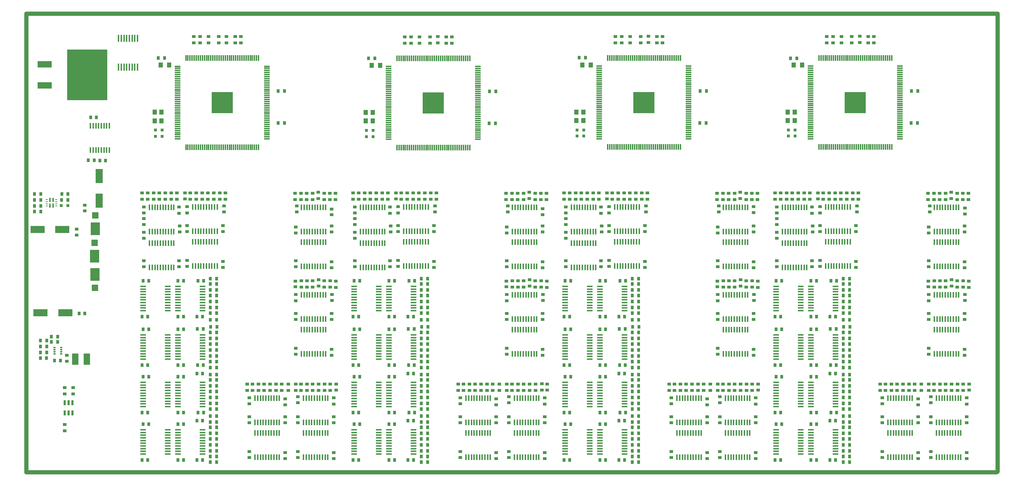
<source format=gtp>
G04*
G04 #@! TF.GenerationSoftware,Altium Limited,Altium Designer,18.1.7 (191)*
G04*
G04 Layer_Color=8421504*
%FSLAX25Y25*%
%MOIN*%
G70*
G01*
G75*
%ADD18C,0.04000*%
%ADD19R,0.01772X0.05807*%
%ADD20R,0.05807X0.01772*%
%ADD21R,0.03500X0.03000*%
%ADD22R,0.02362X0.04921*%
%ADD23R,0.13386X0.07087*%
%ADD24R,0.07087X0.13386*%
%ADD25R,0.38386X0.48031*%
%ADD26R,0.13780X0.06299*%
%ADD27R,0.03543X0.03000*%
%ADD28R,0.08661X0.12205*%
%ADD29R,0.05984X0.05906*%
%ADD30R,0.06299X0.11000*%
%ADD31R,0.03000X0.03500*%
%ADD32R,0.03000X0.03543*%
%ADD33R,0.01772X0.06594*%
%ADD34R,0.02756X0.03150*%
%ADD35R,0.01575X0.04134*%
%ADD36R,0.02362X0.00787*%
%ADD37R,0.01870X0.01181*%
%ADD38R,0.03937X0.04921*%
%ADD39R,0.05807X0.01181*%
%ADD40R,0.01181X0.05807*%
%ADD41R,0.04331X0.05118*%
%ADD42R,0.20276X0.20276*%
D18*
X0Y-100D02*
X919600D01*
X920300Y600D01*
Y435000D01*
X-100D02*
X920300D01*
X-100Y0D02*
Y435000D01*
D19*
X885579Y37283D02*
D03*
X883020D02*
D03*
X880461D02*
D03*
X877902D02*
D03*
X875343D02*
D03*
X872784D02*
D03*
X870225D02*
D03*
X867665D02*
D03*
X865106D02*
D03*
X862547D02*
D03*
Y14150D02*
D03*
X865106D02*
D03*
X867665D02*
D03*
X870225D02*
D03*
X872784D02*
D03*
X875343D02*
D03*
X877902D02*
D03*
X880461D02*
D03*
X883020D02*
D03*
X885579D02*
D03*
X685579Y37283D02*
D03*
X683020D02*
D03*
X680461D02*
D03*
X677902D02*
D03*
X675343D02*
D03*
X672784D02*
D03*
X670225D02*
D03*
X667665D02*
D03*
X665106D02*
D03*
X662547D02*
D03*
Y14150D02*
D03*
X665106D02*
D03*
X667665D02*
D03*
X670225D02*
D03*
X672784D02*
D03*
X675343D02*
D03*
X677902D02*
D03*
X680461D02*
D03*
X683020D02*
D03*
X685579D02*
D03*
X485579Y37283D02*
D03*
X483020D02*
D03*
X480461D02*
D03*
X477902D02*
D03*
X475343D02*
D03*
X472784D02*
D03*
X470225D02*
D03*
X467665D02*
D03*
X465106D02*
D03*
X462547D02*
D03*
Y14150D02*
D03*
X465106D02*
D03*
X467665D02*
D03*
X470225D02*
D03*
X472784D02*
D03*
X475343D02*
D03*
X477902D02*
D03*
X480461D02*
D03*
X483020D02*
D03*
X485579D02*
D03*
X285579Y37283D02*
D03*
X283020D02*
D03*
X280461D02*
D03*
X277902D02*
D03*
X275343D02*
D03*
X272784D02*
D03*
X270225D02*
D03*
X267666D02*
D03*
X265107D02*
D03*
X262547D02*
D03*
Y14150D02*
D03*
X265107D02*
D03*
X267666D02*
D03*
X270225D02*
D03*
X272784D02*
D03*
X275343D02*
D03*
X277902D02*
D03*
X280461D02*
D03*
X283020D02*
D03*
X285579D02*
D03*
X839579Y37283D02*
D03*
X837020D02*
D03*
X834461D02*
D03*
X831902D02*
D03*
X829343D02*
D03*
X826784D02*
D03*
X824225D02*
D03*
X821665D02*
D03*
X819106D02*
D03*
X816547D02*
D03*
Y14150D02*
D03*
X819106D02*
D03*
X821665D02*
D03*
X824225D02*
D03*
X826784D02*
D03*
X829343D02*
D03*
X831902D02*
D03*
X834461D02*
D03*
X837020D02*
D03*
X839579D02*
D03*
X639579Y37283D02*
D03*
X637020D02*
D03*
X634461D02*
D03*
X631902D02*
D03*
X629343D02*
D03*
X626784D02*
D03*
X624225D02*
D03*
X621665D02*
D03*
X619106D02*
D03*
X616547D02*
D03*
Y14150D02*
D03*
X619106D02*
D03*
X621665D02*
D03*
X624225D02*
D03*
X626784D02*
D03*
X629343D02*
D03*
X631902D02*
D03*
X634461D02*
D03*
X637020D02*
D03*
X639579D02*
D03*
X439579Y37283D02*
D03*
X437020D02*
D03*
X434461D02*
D03*
X431902D02*
D03*
X429343D02*
D03*
X426784D02*
D03*
X424225D02*
D03*
X421665D02*
D03*
X419106D02*
D03*
X416547D02*
D03*
Y14150D02*
D03*
X419106D02*
D03*
X421665D02*
D03*
X424225D02*
D03*
X426784D02*
D03*
X429343D02*
D03*
X431902D02*
D03*
X434461D02*
D03*
X437020D02*
D03*
X439579D02*
D03*
X239579Y37283D02*
D03*
X237020D02*
D03*
X234461D02*
D03*
X231902D02*
D03*
X229343D02*
D03*
X226784D02*
D03*
X224225D02*
D03*
X221666D02*
D03*
X219107D02*
D03*
X216547D02*
D03*
Y14150D02*
D03*
X219107D02*
D03*
X221666D02*
D03*
X224225D02*
D03*
X226784D02*
D03*
X229343D02*
D03*
X231902D02*
D03*
X234461D02*
D03*
X237020D02*
D03*
X239579D02*
D03*
X883579Y135283D02*
D03*
X881020D02*
D03*
X878461D02*
D03*
X875902D02*
D03*
X873343D02*
D03*
X870784D02*
D03*
X868225D02*
D03*
X865666D02*
D03*
X863107D02*
D03*
X860547D02*
D03*
Y112150D02*
D03*
X863107D02*
D03*
X865666D02*
D03*
X868225D02*
D03*
X870784D02*
D03*
X873343D02*
D03*
X875902D02*
D03*
X878461D02*
D03*
X881020D02*
D03*
X883579D02*
D03*
X683579Y135283D02*
D03*
X681020D02*
D03*
X678461D02*
D03*
X675902D02*
D03*
X673343D02*
D03*
X670784D02*
D03*
X668225D02*
D03*
X665665D02*
D03*
X663106D02*
D03*
X660547D02*
D03*
Y112150D02*
D03*
X663106D02*
D03*
X665665D02*
D03*
X668225D02*
D03*
X670784D02*
D03*
X673343D02*
D03*
X675902D02*
D03*
X678461D02*
D03*
X681020D02*
D03*
X683579D02*
D03*
X483579Y135283D02*
D03*
X481020D02*
D03*
X478461D02*
D03*
X475902D02*
D03*
X473343D02*
D03*
X470784D02*
D03*
X468225D02*
D03*
X465665D02*
D03*
X463106D02*
D03*
X460547D02*
D03*
Y112150D02*
D03*
X463106D02*
D03*
X465665D02*
D03*
X468225D02*
D03*
X470784D02*
D03*
X473343D02*
D03*
X475902D02*
D03*
X478461D02*
D03*
X481020D02*
D03*
X483579D02*
D03*
X283579Y135283D02*
D03*
X281020D02*
D03*
X278461D02*
D03*
X275902D02*
D03*
X273343D02*
D03*
X270784D02*
D03*
X268225D02*
D03*
X265666D02*
D03*
X263106D02*
D03*
X260547D02*
D03*
Y112150D02*
D03*
X263106D02*
D03*
X265666D02*
D03*
X268225D02*
D03*
X270784D02*
D03*
X273343D02*
D03*
X275902D02*
D03*
X278461D02*
D03*
X281020D02*
D03*
X283579D02*
D03*
X883579Y218283D02*
D03*
X881020D02*
D03*
X878461D02*
D03*
X875902D02*
D03*
X873343D02*
D03*
X870784D02*
D03*
X868225D02*
D03*
X865666D02*
D03*
X863107D02*
D03*
X860547D02*
D03*
Y195150D02*
D03*
X863107D02*
D03*
X865666D02*
D03*
X868225D02*
D03*
X870784D02*
D03*
X873343D02*
D03*
X875902D02*
D03*
X878461D02*
D03*
X881020D02*
D03*
X883579D02*
D03*
X683579Y218283D02*
D03*
X681020D02*
D03*
X678461D02*
D03*
X675902D02*
D03*
X673343D02*
D03*
X670784D02*
D03*
X668225D02*
D03*
X665665D02*
D03*
X663106D02*
D03*
X660547D02*
D03*
Y195150D02*
D03*
X663106D02*
D03*
X665665D02*
D03*
X668225D02*
D03*
X670784D02*
D03*
X673343D02*
D03*
X675902D02*
D03*
X678461D02*
D03*
X681020D02*
D03*
X683579D02*
D03*
X483579Y218283D02*
D03*
X481020D02*
D03*
X478461D02*
D03*
X475902D02*
D03*
X473343D02*
D03*
X470784D02*
D03*
X468225D02*
D03*
X465665D02*
D03*
X463106D02*
D03*
X460547D02*
D03*
Y195150D02*
D03*
X463106D02*
D03*
X465665D02*
D03*
X468225D02*
D03*
X470784D02*
D03*
X473343D02*
D03*
X475902D02*
D03*
X478461D02*
D03*
X481020D02*
D03*
X483579D02*
D03*
X283579Y218283D02*
D03*
X281020D02*
D03*
X278461D02*
D03*
X275902D02*
D03*
X273343D02*
D03*
X270784D02*
D03*
X268225D02*
D03*
X265666D02*
D03*
X263106D02*
D03*
X260547D02*
D03*
Y195150D02*
D03*
X263106D02*
D03*
X265666D02*
D03*
X268225D02*
D03*
X270784D02*
D03*
X273343D02*
D03*
X275902D02*
D03*
X278461D02*
D03*
X281020D02*
D03*
X283579D02*
D03*
X780639Y218617D02*
D03*
X778079D02*
D03*
X775520D02*
D03*
X772961D02*
D03*
X770402D02*
D03*
X767843D02*
D03*
X765284D02*
D03*
X762725D02*
D03*
X760166D02*
D03*
X757607D02*
D03*
Y195483D02*
D03*
X760166D02*
D03*
X762725D02*
D03*
X765284D02*
D03*
X767843D02*
D03*
X770402D02*
D03*
X772961D02*
D03*
X775520D02*
D03*
X778079D02*
D03*
X780639D02*
D03*
X580639Y218617D02*
D03*
X578079D02*
D03*
X575520D02*
D03*
X572961D02*
D03*
X570402D02*
D03*
X567843D02*
D03*
X565284D02*
D03*
X562725D02*
D03*
X560166D02*
D03*
X557607D02*
D03*
Y195483D02*
D03*
X560166D02*
D03*
X562725D02*
D03*
X565284D02*
D03*
X567843D02*
D03*
X570402D02*
D03*
X572961D02*
D03*
X575520D02*
D03*
X578079D02*
D03*
X580639D02*
D03*
X380639Y218617D02*
D03*
X378079D02*
D03*
X375520D02*
D03*
X372961D02*
D03*
X370402D02*
D03*
X367843D02*
D03*
X365284D02*
D03*
X362725D02*
D03*
X360166D02*
D03*
X357607D02*
D03*
Y195483D02*
D03*
X360166D02*
D03*
X362725D02*
D03*
X365284D02*
D03*
X367843D02*
D03*
X370402D02*
D03*
X372961D02*
D03*
X375520D02*
D03*
X378079D02*
D03*
X380639D02*
D03*
X180639Y218617D02*
D03*
X178079D02*
D03*
X175520D02*
D03*
X172961D02*
D03*
X170402D02*
D03*
X167843D02*
D03*
X165284D02*
D03*
X162725D02*
D03*
X160166D02*
D03*
X157607D02*
D03*
Y195483D02*
D03*
X160166D02*
D03*
X162725D02*
D03*
X165284D02*
D03*
X167843D02*
D03*
X170402D02*
D03*
X172961D02*
D03*
X175520D02*
D03*
X178079D02*
D03*
X180639D02*
D03*
X739584Y217315D02*
D03*
X737025D02*
D03*
X734466D02*
D03*
X731907D02*
D03*
X729348D02*
D03*
X726789D02*
D03*
X724230D02*
D03*
X721671D02*
D03*
X719112D02*
D03*
X716553D02*
D03*
Y194181D02*
D03*
X719112D02*
D03*
X721671D02*
D03*
X724230D02*
D03*
X726789D02*
D03*
X729348D02*
D03*
X731907D02*
D03*
X734466D02*
D03*
X737025D02*
D03*
X739584D02*
D03*
X539584Y217315D02*
D03*
X537025D02*
D03*
X534466D02*
D03*
X531907D02*
D03*
X529348D02*
D03*
X526789D02*
D03*
X524230D02*
D03*
X521671D02*
D03*
X519112D02*
D03*
X516553D02*
D03*
Y194181D02*
D03*
X519112D02*
D03*
X521671D02*
D03*
X524230D02*
D03*
X526789D02*
D03*
X529348D02*
D03*
X531907D02*
D03*
X534466D02*
D03*
X537025D02*
D03*
X539584D02*
D03*
X339584Y217315D02*
D03*
X337025D02*
D03*
X334466D02*
D03*
X331907D02*
D03*
X329348D02*
D03*
X326789D02*
D03*
X324230D02*
D03*
X321671D02*
D03*
X319112D02*
D03*
X316553D02*
D03*
Y194181D02*
D03*
X319112D02*
D03*
X321671D02*
D03*
X324230D02*
D03*
X326789D02*
D03*
X329348D02*
D03*
X331907D02*
D03*
X334466D02*
D03*
X337025D02*
D03*
X339584D02*
D03*
X139584Y217315D02*
D03*
X137025D02*
D03*
X134466D02*
D03*
X131907D02*
D03*
X129348D02*
D03*
X126789D02*
D03*
X124230D02*
D03*
X121671D02*
D03*
X119112D02*
D03*
X116553D02*
D03*
Y194181D02*
D03*
X119112D02*
D03*
X121671D02*
D03*
X124230D02*
D03*
X126789D02*
D03*
X129348D02*
D03*
X131907D02*
D03*
X134466D02*
D03*
X137025D02*
D03*
X139584D02*
D03*
X60577Y328563D02*
D03*
X63137D02*
D03*
X60577Y305430D02*
D03*
X63137D02*
D03*
X65696D02*
D03*
X68255D02*
D03*
X70814D02*
D03*
X73373D02*
D03*
X75932D02*
D03*
X78491D02*
D03*
Y328563D02*
D03*
X75932D02*
D03*
X73373D02*
D03*
X70814D02*
D03*
X68255D02*
D03*
X65696D02*
D03*
X485579Y70283D02*
D03*
X483020D02*
D03*
X480461D02*
D03*
X477902D02*
D03*
X475343D02*
D03*
X472784D02*
D03*
X470225D02*
D03*
X467665D02*
D03*
X465106D02*
D03*
X462547D02*
D03*
Y47150D02*
D03*
X465106D02*
D03*
X467665D02*
D03*
X470225D02*
D03*
X472784D02*
D03*
X475343D02*
D03*
X477902D02*
D03*
X480461D02*
D03*
X483020D02*
D03*
X485579D02*
D03*
X780639Y251617D02*
D03*
X778079D02*
D03*
X775520D02*
D03*
X772961D02*
D03*
X770402D02*
D03*
X767843D02*
D03*
X765284D02*
D03*
X762725D02*
D03*
X760166D02*
D03*
X757607D02*
D03*
Y228483D02*
D03*
X760166D02*
D03*
X762725D02*
D03*
X765284D02*
D03*
X767843D02*
D03*
X770402D02*
D03*
X772961D02*
D03*
X775520D02*
D03*
X778079D02*
D03*
X780639D02*
D03*
X580639Y251617D02*
D03*
X578079D02*
D03*
X575520D02*
D03*
X572961D02*
D03*
X570402D02*
D03*
X567843D02*
D03*
X565284D02*
D03*
X562725D02*
D03*
X560166D02*
D03*
X557607D02*
D03*
Y228483D02*
D03*
X560166D02*
D03*
X562725D02*
D03*
X565284D02*
D03*
X567843D02*
D03*
X570402D02*
D03*
X572961D02*
D03*
X575520D02*
D03*
X578079D02*
D03*
X580639D02*
D03*
X539579Y251283D02*
D03*
X537020D02*
D03*
X534461D02*
D03*
X531902D02*
D03*
X529343D02*
D03*
X526784D02*
D03*
X524225D02*
D03*
X521665D02*
D03*
X519106D02*
D03*
X516547D02*
D03*
Y228150D02*
D03*
X519106D02*
D03*
X521665D02*
D03*
X524225D02*
D03*
X526784D02*
D03*
X529343D02*
D03*
X531902D02*
D03*
X534461D02*
D03*
X537020D02*
D03*
X539579D02*
D03*
X339579Y251283D02*
D03*
X337020D02*
D03*
X334461D02*
D03*
X331902D02*
D03*
X329343D02*
D03*
X326784D02*
D03*
X324225D02*
D03*
X321666D02*
D03*
X319107D02*
D03*
X316547D02*
D03*
Y228150D02*
D03*
X319107D02*
D03*
X321666D02*
D03*
X324225D02*
D03*
X326784D02*
D03*
X329343D02*
D03*
X331902D02*
D03*
X334461D02*
D03*
X337020D02*
D03*
X339579D02*
D03*
X739579Y251283D02*
D03*
X737020D02*
D03*
X734461D02*
D03*
X731902D02*
D03*
X729343D02*
D03*
X726784D02*
D03*
X724225D02*
D03*
X721665D02*
D03*
X719106D02*
D03*
X716547D02*
D03*
Y228150D02*
D03*
X719106D02*
D03*
X721665D02*
D03*
X724225D02*
D03*
X726784D02*
D03*
X729343D02*
D03*
X731902D02*
D03*
X734461D02*
D03*
X737020D02*
D03*
X739579D02*
D03*
X885579Y70283D02*
D03*
X883020D02*
D03*
X880461D02*
D03*
X877902D02*
D03*
X875343D02*
D03*
X872784D02*
D03*
X870225D02*
D03*
X867665D02*
D03*
X865106D02*
D03*
X862547D02*
D03*
Y47150D02*
D03*
X865106D02*
D03*
X867665D02*
D03*
X870225D02*
D03*
X872784D02*
D03*
X875343D02*
D03*
X877902D02*
D03*
X880461D02*
D03*
X883020D02*
D03*
X885579D02*
D03*
X839579Y70283D02*
D03*
X837020D02*
D03*
X834461D02*
D03*
X831902D02*
D03*
X829343D02*
D03*
X826784D02*
D03*
X824225D02*
D03*
X821665D02*
D03*
X819106D02*
D03*
X816547D02*
D03*
Y47150D02*
D03*
X819106D02*
D03*
X821665D02*
D03*
X824225D02*
D03*
X826784D02*
D03*
X829343D02*
D03*
X831902D02*
D03*
X834461D02*
D03*
X837020D02*
D03*
X839579D02*
D03*
X883579Y168283D02*
D03*
X881020D02*
D03*
X878461D02*
D03*
X875902D02*
D03*
X873343D02*
D03*
X870784D02*
D03*
X868225D02*
D03*
X865666D02*
D03*
X863107D02*
D03*
X860547D02*
D03*
Y145150D02*
D03*
X863107D02*
D03*
X865666D02*
D03*
X868225D02*
D03*
X870784D02*
D03*
X873343D02*
D03*
X875902D02*
D03*
X878461D02*
D03*
X881020D02*
D03*
X883579D02*
D03*
Y251283D02*
D03*
X881020D02*
D03*
X878461D02*
D03*
X875902D02*
D03*
X873343D02*
D03*
X870784D02*
D03*
X868225D02*
D03*
X865666D02*
D03*
X863107D02*
D03*
X860547D02*
D03*
Y228150D02*
D03*
X863107D02*
D03*
X865666D02*
D03*
X868225D02*
D03*
X870784D02*
D03*
X873343D02*
D03*
X875902D02*
D03*
X878461D02*
D03*
X881020D02*
D03*
X883579D02*
D03*
X685579Y70283D02*
D03*
X683020D02*
D03*
X680461D02*
D03*
X677902D02*
D03*
X675343D02*
D03*
X672784D02*
D03*
X670225D02*
D03*
X667665D02*
D03*
X665106D02*
D03*
X662547D02*
D03*
Y47150D02*
D03*
X665106D02*
D03*
X667665D02*
D03*
X670225D02*
D03*
X672784D02*
D03*
X675343D02*
D03*
X677902D02*
D03*
X680461D02*
D03*
X683020D02*
D03*
X685579D02*
D03*
X639579Y70283D02*
D03*
X637020D02*
D03*
X634461D02*
D03*
X631902D02*
D03*
X629343D02*
D03*
X626784D02*
D03*
X624225D02*
D03*
X621665D02*
D03*
X619106D02*
D03*
X616547D02*
D03*
Y47150D02*
D03*
X619106D02*
D03*
X621665D02*
D03*
X624225D02*
D03*
X626784D02*
D03*
X629343D02*
D03*
X631902D02*
D03*
X634461D02*
D03*
X637020D02*
D03*
X639579D02*
D03*
X683579Y168283D02*
D03*
X681020D02*
D03*
X678461D02*
D03*
X675902D02*
D03*
X673343D02*
D03*
X670784D02*
D03*
X668225D02*
D03*
X665665D02*
D03*
X663106D02*
D03*
X660547D02*
D03*
Y145150D02*
D03*
X663106D02*
D03*
X665665D02*
D03*
X668225D02*
D03*
X670784D02*
D03*
X673343D02*
D03*
X675902D02*
D03*
X678461D02*
D03*
X681020D02*
D03*
X683579D02*
D03*
Y251283D02*
D03*
X681020D02*
D03*
X678461D02*
D03*
X675902D02*
D03*
X673343D02*
D03*
X670784D02*
D03*
X668225D02*
D03*
X665665D02*
D03*
X663106D02*
D03*
X660547D02*
D03*
Y228150D02*
D03*
X663106D02*
D03*
X665665D02*
D03*
X668225D02*
D03*
X670784D02*
D03*
X673343D02*
D03*
X675902D02*
D03*
X678461D02*
D03*
X681020D02*
D03*
X683579D02*
D03*
X439579Y70283D02*
D03*
X437020D02*
D03*
X434461D02*
D03*
X431902D02*
D03*
X429343D02*
D03*
X426784D02*
D03*
X424225D02*
D03*
X421665D02*
D03*
X419106D02*
D03*
X416547D02*
D03*
Y47150D02*
D03*
X419106D02*
D03*
X421665D02*
D03*
X424225D02*
D03*
X426784D02*
D03*
X429343D02*
D03*
X431902D02*
D03*
X434461D02*
D03*
X437020D02*
D03*
X439579D02*
D03*
X483579Y168283D02*
D03*
X481020D02*
D03*
X478461D02*
D03*
X475902D02*
D03*
X473343D02*
D03*
X470784D02*
D03*
X468225D02*
D03*
X465665D02*
D03*
X463106D02*
D03*
X460547D02*
D03*
Y145150D02*
D03*
X463106D02*
D03*
X465665D02*
D03*
X468225D02*
D03*
X470784D02*
D03*
X473343D02*
D03*
X475902D02*
D03*
X478461D02*
D03*
X481020D02*
D03*
X483579D02*
D03*
Y251283D02*
D03*
X481020D02*
D03*
X478461D02*
D03*
X475902D02*
D03*
X473343D02*
D03*
X470784D02*
D03*
X468225D02*
D03*
X465665D02*
D03*
X463106D02*
D03*
X460547D02*
D03*
Y228150D02*
D03*
X463106D02*
D03*
X465665D02*
D03*
X468225D02*
D03*
X470784D02*
D03*
X473343D02*
D03*
X475902D02*
D03*
X478461D02*
D03*
X481020D02*
D03*
X483579D02*
D03*
X380639Y251617D02*
D03*
X378079D02*
D03*
X375520D02*
D03*
X372961D02*
D03*
X370402D02*
D03*
X367843D02*
D03*
X365284D02*
D03*
X362725D02*
D03*
X360166D02*
D03*
X357607D02*
D03*
Y228483D02*
D03*
X360166D02*
D03*
X362725D02*
D03*
X365284D02*
D03*
X367843D02*
D03*
X370402D02*
D03*
X372961D02*
D03*
X375520D02*
D03*
X378079D02*
D03*
X380639D02*
D03*
X283579Y168283D02*
D03*
X281020D02*
D03*
X278461D02*
D03*
X275902D02*
D03*
X273343D02*
D03*
X270784D02*
D03*
X268225D02*
D03*
X265666D02*
D03*
X263106D02*
D03*
X260547D02*
D03*
Y145150D02*
D03*
X263106D02*
D03*
X265666D02*
D03*
X268225D02*
D03*
X270784D02*
D03*
X273343D02*
D03*
X275902D02*
D03*
X278461D02*
D03*
X281020D02*
D03*
X283579D02*
D03*
X180639Y228483D02*
D03*
X178079D02*
D03*
X175520D02*
D03*
X172961D02*
D03*
X170402D02*
D03*
X167843D02*
D03*
X165284D02*
D03*
X162725D02*
D03*
X160166D02*
D03*
X157607D02*
D03*
Y251617D02*
D03*
X160166D02*
D03*
X162725D02*
D03*
X165284D02*
D03*
X167843D02*
D03*
X170402D02*
D03*
X172961D02*
D03*
X175520D02*
D03*
X178079D02*
D03*
X180639D02*
D03*
X283579Y228150D02*
D03*
X281020D02*
D03*
X278461D02*
D03*
X275902D02*
D03*
X273343D02*
D03*
X270784D02*
D03*
X268225D02*
D03*
X265666D02*
D03*
X263106D02*
D03*
X260547D02*
D03*
Y251283D02*
D03*
X263106D02*
D03*
X265666D02*
D03*
X268225D02*
D03*
X270784D02*
D03*
X273343D02*
D03*
X275902D02*
D03*
X278461D02*
D03*
X281020D02*
D03*
X283579D02*
D03*
X239579Y70283D02*
D03*
X237020D02*
D03*
X234461D02*
D03*
X231902D02*
D03*
X229343D02*
D03*
X226784D02*
D03*
X224225D02*
D03*
X221666D02*
D03*
X219107D02*
D03*
X216547D02*
D03*
Y47150D02*
D03*
X219107D02*
D03*
X221666D02*
D03*
X224225D02*
D03*
X226784D02*
D03*
X229343D02*
D03*
X231902D02*
D03*
X234461D02*
D03*
X237020D02*
D03*
X239579D02*
D03*
X285579Y70283D02*
D03*
X283020D02*
D03*
X280461D02*
D03*
X277902D02*
D03*
X275343D02*
D03*
X272784D02*
D03*
X270225D02*
D03*
X267666D02*
D03*
X265107D02*
D03*
X262547D02*
D03*
Y47150D02*
D03*
X265107D02*
D03*
X267666D02*
D03*
X270225D02*
D03*
X272784D02*
D03*
X275343D02*
D03*
X277902D02*
D03*
X280461D02*
D03*
X283020D02*
D03*
X285579D02*
D03*
X139579Y228150D02*
D03*
X137020D02*
D03*
X134461D02*
D03*
X131902D02*
D03*
X129343D02*
D03*
X126784D02*
D03*
X124225D02*
D03*
X121666D02*
D03*
X119106D02*
D03*
X116547D02*
D03*
Y251283D02*
D03*
X119106D02*
D03*
X121666D02*
D03*
X124225D02*
D03*
X126784D02*
D03*
X129343D02*
D03*
X131902D02*
D03*
X134461D02*
D03*
X137020D02*
D03*
X139579D02*
D03*
D20*
X733630Y17201D02*
D03*
Y19760D02*
D03*
Y22319D02*
D03*
Y24878D02*
D03*
Y27437D02*
D03*
Y29996D02*
D03*
Y32555D02*
D03*
Y35114D02*
D03*
Y37673D02*
D03*
Y40232D02*
D03*
X710496D02*
D03*
Y37673D02*
D03*
Y35114D02*
D03*
Y32555D02*
D03*
Y29996D02*
D03*
Y27437D02*
D03*
Y24878D02*
D03*
Y22319D02*
D03*
Y19760D02*
D03*
Y17201D02*
D03*
X533630D02*
D03*
Y19760D02*
D03*
Y22319D02*
D03*
Y24878D02*
D03*
Y27437D02*
D03*
Y29996D02*
D03*
Y32555D02*
D03*
Y35114D02*
D03*
Y37673D02*
D03*
Y40232D02*
D03*
X510496D02*
D03*
Y37673D02*
D03*
Y35114D02*
D03*
Y32555D02*
D03*
Y29996D02*
D03*
Y27437D02*
D03*
Y24878D02*
D03*
Y22319D02*
D03*
Y19760D02*
D03*
Y17201D02*
D03*
X333630D02*
D03*
Y19760D02*
D03*
Y22319D02*
D03*
Y24878D02*
D03*
Y27437D02*
D03*
Y29996D02*
D03*
Y32555D02*
D03*
Y35114D02*
D03*
Y37673D02*
D03*
Y40232D02*
D03*
X310496D02*
D03*
Y37673D02*
D03*
Y35114D02*
D03*
Y32555D02*
D03*
Y29996D02*
D03*
Y27437D02*
D03*
Y24878D02*
D03*
Y22319D02*
D03*
Y19760D02*
D03*
Y17201D02*
D03*
X133630D02*
D03*
Y19760D02*
D03*
Y22319D02*
D03*
Y24878D02*
D03*
Y27437D02*
D03*
Y29996D02*
D03*
Y32555D02*
D03*
Y35114D02*
D03*
Y37673D02*
D03*
Y40232D02*
D03*
X110496D02*
D03*
Y37673D02*
D03*
Y35114D02*
D03*
Y32555D02*
D03*
Y29996D02*
D03*
Y27437D02*
D03*
Y24878D02*
D03*
Y22319D02*
D03*
Y19760D02*
D03*
Y17201D02*
D03*
X733630Y62201D02*
D03*
Y64760D02*
D03*
Y67319D02*
D03*
Y69878D02*
D03*
Y72437D02*
D03*
Y74996D02*
D03*
Y77555D02*
D03*
Y80114D02*
D03*
Y82673D02*
D03*
Y85232D02*
D03*
X710496D02*
D03*
Y82673D02*
D03*
Y80114D02*
D03*
Y77555D02*
D03*
Y74996D02*
D03*
Y72437D02*
D03*
Y69878D02*
D03*
Y67319D02*
D03*
Y64760D02*
D03*
Y62201D02*
D03*
X533630D02*
D03*
Y64760D02*
D03*
Y67319D02*
D03*
Y69878D02*
D03*
Y72437D02*
D03*
Y74996D02*
D03*
Y77555D02*
D03*
Y80114D02*
D03*
Y82673D02*
D03*
Y85232D02*
D03*
X510496D02*
D03*
Y82673D02*
D03*
Y80114D02*
D03*
Y77555D02*
D03*
Y74996D02*
D03*
Y72437D02*
D03*
Y69878D02*
D03*
Y67319D02*
D03*
Y64760D02*
D03*
Y62201D02*
D03*
X333630D02*
D03*
Y64760D02*
D03*
Y67319D02*
D03*
Y69878D02*
D03*
Y72437D02*
D03*
Y74996D02*
D03*
Y77555D02*
D03*
Y80114D02*
D03*
Y82673D02*
D03*
Y85232D02*
D03*
X310496D02*
D03*
Y82673D02*
D03*
Y80114D02*
D03*
Y77555D02*
D03*
Y74996D02*
D03*
Y72437D02*
D03*
Y69878D02*
D03*
Y67319D02*
D03*
Y64760D02*
D03*
Y62201D02*
D03*
X133630D02*
D03*
Y64760D02*
D03*
Y67319D02*
D03*
Y69878D02*
D03*
Y72437D02*
D03*
Y74996D02*
D03*
Y77555D02*
D03*
Y80114D02*
D03*
Y82673D02*
D03*
Y85232D02*
D03*
X110496D02*
D03*
Y82673D02*
D03*
Y80114D02*
D03*
Y77555D02*
D03*
Y74996D02*
D03*
Y72437D02*
D03*
Y69878D02*
D03*
Y67319D02*
D03*
Y64760D02*
D03*
Y62201D02*
D03*
X733630Y107201D02*
D03*
Y109760D02*
D03*
Y112319D02*
D03*
Y114878D02*
D03*
Y117437D02*
D03*
Y119996D02*
D03*
Y122555D02*
D03*
Y125114D02*
D03*
Y127673D02*
D03*
Y130232D02*
D03*
X710496D02*
D03*
Y127673D02*
D03*
Y125114D02*
D03*
Y122555D02*
D03*
Y119996D02*
D03*
Y117437D02*
D03*
Y114878D02*
D03*
Y112319D02*
D03*
Y109760D02*
D03*
Y107201D02*
D03*
X533630D02*
D03*
Y109760D02*
D03*
Y112319D02*
D03*
Y114878D02*
D03*
Y117437D02*
D03*
Y119996D02*
D03*
Y122555D02*
D03*
Y125114D02*
D03*
Y127673D02*
D03*
Y130232D02*
D03*
X510496D02*
D03*
Y127673D02*
D03*
Y125114D02*
D03*
Y122555D02*
D03*
Y119996D02*
D03*
Y117437D02*
D03*
Y114878D02*
D03*
Y112319D02*
D03*
Y109760D02*
D03*
Y107201D02*
D03*
X333630D02*
D03*
Y109760D02*
D03*
Y112319D02*
D03*
Y114878D02*
D03*
Y117437D02*
D03*
Y119996D02*
D03*
Y122555D02*
D03*
Y125114D02*
D03*
Y127673D02*
D03*
Y130232D02*
D03*
X310496D02*
D03*
Y127673D02*
D03*
Y125114D02*
D03*
Y122555D02*
D03*
Y119996D02*
D03*
Y117437D02*
D03*
Y114878D02*
D03*
Y112319D02*
D03*
Y109760D02*
D03*
Y107201D02*
D03*
X133630D02*
D03*
Y109760D02*
D03*
Y112319D02*
D03*
Y114878D02*
D03*
Y117437D02*
D03*
Y119996D02*
D03*
Y122555D02*
D03*
Y125114D02*
D03*
Y127673D02*
D03*
Y130232D02*
D03*
X110496D02*
D03*
Y127673D02*
D03*
Y125114D02*
D03*
Y122555D02*
D03*
Y119996D02*
D03*
Y117437D02*
D03*
Y114878D02*
D03*
Y112319D02*
D03*
Y109760D02*
D03*
Y107201D02*
D03*
X733630Y153201D02*
D03*
Y155760D02*
D03*
Y158319D02*
D03*
Y160878D02*
D03*
Y163437D02*
D03*
Y165996D02*
D03*
Y168555D02*
D03*
Y171114D02*
D03*
Y173673D02*
D03*
Y176232D02*
D03*
X710496D02*
D03*
Y173673D02*
D03*
Y171114D02*
D03*
Y168555D02*
D03*
Y165996D02*
D03*
Y163437D02*
D03*
Y160878D02*
D03*
Y158319D02*
D03*
Y155760D02*
D03*
Y153201D02*
D03*
X533630D02*
D03*
Y155760D02*
D03*
Y158319D02*
D03*
Y160878D02*
D03*
Y163437D02*
D03*
Y165996D02*
D03*
Y168555D02*
D03*
Y171114D02*
D03*
Y173673D02*
D03*
Y176232D02*
D03*
X510496D02*
D03*
Y173673D02*
D03*
Y171114D02*
D03*
Y168555D02*
D03*
Y165996D02*
D03*
Y163437D02*
D03*
Y160878D02*
D03*
Y158319D02*
D03*
Y155760D02*
D03*
Y153201D02*
D03*
X333630D02*
D03*
Y155760D02*
D03*
Y158319D02*
D03*
Y160878D02*
D03*
Y163437D02*
D03*
Y165996D02*
D03*
Y168555D02*
D03*
Y171114D02*
D03*
Y173673D02*
D03*
Y176232D02*
D03*
X310496D02*
D03*
Y173673D02*
D03*
Y171114D02*
D03*
Y168555D02*
D03*
Y165996D02*
D03*
Y163437D02*
D03*
Y160878D02*
D03*
Y158319D02*
D03*
Y155760D02*
D03*
Y153201D02*
D03*
X133630D02*
D03*
Y155760D02*
D03*
Y158319D02*
D03*
Y160878D02*
D03*
Y163437D02*
D03*
Y165996D02*
D03*
Y168555D02*
D03*
Y171114D02*
D03*
Y173673D02*
D03*
Y176232D02*
D03*
X110496D02*
D03*
Y173673D02*
D03*
Y171114D02*
D03*
Y168555D02*
D03*
Y165996D02*
D03*
Y163437D02*
D03*
Y160878D02*
D03*
Y158319D02*
D03*
Y155760D02*
D03*
Y153201D02*
D03*
X766630Y17201D02*
D03*
Y19760D02*
D03*
Y22319D02*
D03*
Y24878D02*
D03*
Y27437D02*
D03*
Y29996D02*
D03*
Y32555D02*
D03*
Y35114D02*
D03*
Y37673D02*
D03*
Y40232D02*
D03*
X743496D02*
D03*
Y37673D02*
D03*
Y35114D02*
D03*
Y32555D02*
D03*
Y29996D02*
D03*
Y27437D02*
D03*
Y24878D02*
D03*
Y22319D02*
D03*
Y19760D02*
D03*
Y17201D02*
D03*
X766630Y62201D02*
D03*
Y64760D02*
D03*
Y67319D02*
D03*
Y69878D02*
D03*
Y72437D02*
D03*
Y74996D02*
D03*
Y77555D02*
D03*
Y80114D02*
D03*
Y82673D02*
D03*
Y85232D02*
D03*
X743496D02*
D03*
Y82673D02*
D03*
Y80114D02*
D03*
Y77555D02*
D03*
Y74996D02*
D03*
Y72437D02*
D03*
Y69878D02*
D03*
Y67319D02*
D03*
Y64760D02*
D03*
Y62201D02*
D03*
X766630Y107201D02*
D03*
Y109760D02*
D03*
Y112319D02*
D03*
Y114878D02*
D03*
Y117437D02*
D03*
Y119996D02*
D03*
Y122555D02*
D03*
Y125114D02*
D03*
Y127673D02*
D03*
Y130232D02*
D03*
X743496D02*
D03*
Y127673D02*
D03*
Y125114D02*
D03*
Y122555D02*
D03*
Y119996D02*
D03*
Y117437D02*
D03*
Y114878D02*
D03*
Y112319D02*
D03*
Y109760D02*
D03*
Y107201D02*
D03*
X766630Y153201D02*
D03*
Y155760D02*
D03*
Y158319D02*
D03*
Y160878D02*
D03*
Y163437D02*
D03*
Y165996D02*
D03*
Y168555D02*
D03*
Y171114D02*
D03*
Y173673D02*
D03*
Y176232D02*
D03*
X743496D02*
D03*
Y173673D02*
D03*
Y171114D02*
D03*
Y168555D02*
D03*
Y165996D02*
D03*
Y163437D02*
D03*
Y160878D02*
D03*
Y158319D02*
D03*
Y155760D02*
D03*
Y153201D02*
D03*
X566630Y17201D02*
D03*
Y19760D02*
D03*
Y22319D02*
D03*
Y24878D02*
D03*
Y27437D02*
D03*
Y29996D02*
D03*
Y32555D02*
D03*
Y35114D02*
D03*
Y37673D02*
D03*
Y40232D02*
D03*
X543496D02*
D03*
Y37673D02*
D03*
Y35114D02*
D03*
Y32555D02*
D03*
Y29996D02*
D03*
Y27437D02*
D03*
Y24878D02*
D03*
Y22319D02*
D03*
Y19760D02*
D03*
Y17201D02*
D03*
X566630Y62201D02*
D03*
Y64760D02*
D03*
Y67319D02*
D03*
Y69878D02*
D03*
Y72437D02*
D03*
Y74996D02*
D03*
Y77555D02*
D03*
Y80114D02*
D03*
Y82673D02*
D03*
Y85232D02*
D03*
X543496D02*
D03*
Y82673D02*
D03*
Y80114D02*
D03*
Y77555D02*
D03*
Y74996D02*
D03*
Y72437D02*
D03*
Y69878D02*
D03*
Y67319D02*
D03*
Y64760D02*
D03*
Y62201D02*
D03*
X566630Y107201D02*
D03*
Y109760D02*
D03*
Y112319D02*
D03*
Y114878D02*
D03*
Y117437D02*
D03*
Y119996D02*
D03*
Y122555D02*
D03*
Y125114D02*
D03*
Y127673D02*
D03*
Y130232D02*
D03*
X543496D02*
D03*
Y127673D02*
D03*
Y125114D02*
D03*
Y122555D02*
D03*
Y119996D02*
D03*
Y117437D02*
D03*
Y114878D02*
D03*
Y112319D02*
D03*
Y109760D02*
D03*
Y107201D02*
D03*
X566630Y153201D02*
D03*
Y155760D02*
D03*
Y158319D02*
D03*
Y160878D02*
D03*
Y163437D02*
D03*
Y165996D02*
D03*
Y168555D02*
D03*
Y171114D02*
D03*
Y173673D02*
D03*
Y176232D02*
D03*
X543496D02*
D03*
Y173673D02*
D03*
Y171114D02*
D03*
Y168555D02*
D03*
Y165996D02*
D03*
Y163437D02*
D03*
Y160878D02*
D03*
Y158319D02*
D03*
Y155760D02*
D03*
Y153201D02*
D03*
X366630Y17201D02*
D03*
Y19760D02*
D03*
Y22319D02*
D03*
Y24878D02*
D03*
Y27437D02*
D03*
Y29996D02*
D03*
Y32555D02*
D03*
Y35114D02*
D03*
Y37673D02*
D03*
Y40232D02*
D03*
X343496D02*
D03*
Y37673D02*
D03*
Y35114D02*
D03*
Y32555D02*
D03*
Y29996D02*
D03*
Y27437D02*
D03*
Y24878D02*
D03*
Y22319D02*
D03*
Y19760D02*
D03*
Y17201D02*
D03*
X366630Y62201D02*
D03*
Y64760D02*
D03*
Y67319D02*
D03*
Y69878D02*
D03*
Y72437D02*
D03*
Y74996D02*
D03*
Y77555D02*
D03*
Y80114D02*
D03*
Y82673D02*
D03*
Y85232D02*
D03*
X343496D02*
D03*
Y82673D02*
D03*
Y80114D02*
D03*
Y77555D02*
D03*
Y74996D02*
D03*
Y72437D02*
D03*
Y69878D02*
D03*
Y67319D02*
D03*
Y64760D02*
D03*
Y62201D02*
D03*
X366630Y107201D02*
D03*
Y109760D02*
D03*
Y112319D02*
D03*
Y114878D02*
D03*
Y117437D02*
D03*
Y119996D02*
D03*
Y122555D02*
D03*
Y125114D02*
D03*
Y127673D02*
D03*
Y130232D02*
D03*
X343496D02*
D03*
Y127673D02*
D03*
Y125114D02*
D03*
Y122555D02*
D03*
Y119996D02*
D03*
Y117437D02*
D03*
Y114878D02*
D03*
Y112319D02*
D03*
Y109760D02*
D03*
Y107201D02*
D03*
X366630Y153201D02*
D03*
Y155760D02*
D03*
Y158319D02*
D03*
Y160878D02*
D03*
Y163437D02*
D03*
Y165996D02*
D03*
Y168555D02*
D03*
Y171114D02*
D03*
Y173673D02*
D03*
Y176232D02*
D03*
X343496D02*
D03*
Y173673D02*
D03*
Y171114D02*
D03*
Y168555D02*
D03*
Y165996D02*
D03*
Y163437D02*
D03*
Y160878D02*
D03*
Y158319D02*
D03*
Y155760D02*
D03*
Y153201D02*
D03*
X166630D02*
D03*
Y155760D02*
D03*
Y158319D02*
D03*
Y160878D02*
D03*
Y163437D02*
D03*
Y165996D02*
D03*
Y168555D02*
D03*
Y171114D02*
D03*
Y173673D02*
D03*
Y176232D02*
D03*
X143496D02*
D03*
Y173673D02*
D03*
Y171114D02*
D03*
Y168555D02*
D03*
Y165996D02*
D03*
Y163437D02*
D03*
Y160878D02*
D03*
Y158319D02*
D03*
Y155760D02*
D03*
Y153201D02*
D03*
X166630Y107201D02*
D03*
Y109760D02*
D03*
Y112319D02*
D03*
Y114878D02*
D03*
Y117437D02*
D03*
Y119996D02*
D03*
Y122555D02*
D03*
Y125114D02*
D03*
Y127673D02*
D03*
Y130232D02*
D03*
X143496D02*
D03*
Y127673D02*
D03*
Y125114D02*
D03*
Y122555D02*
D03*
Y119996D02*
D03*
Y117437D02*
D03*
Y114878D02*
D03*
Y112319D02*
D03*
Y109760D02*
D03*
Y107201D02*
D03*
X166630Y62201D02*
D03*
Y64760D02*
D03*
Y67319D02*
D03*
Y69878D02*
D03*
Y72437D02*
D03*
Y74996D02*
D03*
Y77555D02*
D03*
Y80114D02*
D03*
Y82673D02*
D03*
Y85232D02*
D03*
X143496D02*
D03*
Y82673D02*
D03*
Y80114D02*
D03*
Y77555D02*
D03*
Y74996D02*
D03*
Y72437D02*
D03*
Y69878D02*
D03*
Y67319D02*
D03*
Y64760D02*
D03*
Y62201D02*
D03*
X166630Y17201D02*
D03*
Y19760D02*
D03*
Y22319D02*
D03*
Y24878D02*
D03*
Y27437D02*
D03*
Y29996D02*
D03*
Y32555D02*
D03*
Y35114D02*
D03*
Y37673D02*
D03*
Y40232D02*
D03*
X143496D02*
D03*
Y37673D02*
D03*
Y35114D02*
D03*
Y32555D02*
D03*
Y29996D02*
D03*
Y27437D02*
D03*
Y24878D02*
D03*
Y22319D02*
D03*
Y19760D02*
D03*
Y17201D02*
D03*
D21*
X36167Y45227D02*
D03*
Y39227D02*
D03*
X36177Y74247D02*
D03*
Y80247D02*
D03*
X44117Y80387D02*
D03*
Y74387D02*
D03*
X455063Y83716D02*
D03*
Y77716D02*
D03*
X465730Y83716D02*
D03*
Y77716D02*
D03*
X471285Y83716D02*
D03*
Y77716D02*
D03*
X488360Y83800D02*
D03*
Y77800D02*
D03*
X460174Y83716D02*
D03*
Y77716D02*
D03*
X491063Y70717D02*
D03*
Y64717D02*
D03*
X476841Y83716D02*
D03*
Y77716D02*
D03*
X482397Y83716D02*
D03*
Y77716D02*
D03*
X755234Y265050D02*
D03*
Y259050D02*
D03*
X771901Y265050D02*
D03*
Y259050D02*
D03*
X788427Y264847D02*
D03*
Y258847D02*
D03*
X752287Y252050D02*
D03*
Y246050D02*
D03*
X760789Y265050D02*
D03*
Y259050D02*
D03*
X766345Y265050D02*
D03*
Y259050D02*
D03*
X777456Y265050D02*
D03*
Y259050D02*
D03*
X783012Y265050D02*
D03*
Y259050D02*
D03*
X555234Y265050D02*
D03*
Y259050D02*
D03*
X571901Y265050D02*
D03*
Y259050D02*
D03*
X577456Y265050D02*
D03*
Y259050D02*
D03*
X588427Y264847D02*
D03*
Y258847D02*
D03*
X560789Y265050D02*
D03*
Y259050D02*
D03*
X566345Y265050D02*
D03*
Y259050D02*
D03*
X583012Y265050D02*
D03*
Y259050D02*
D03*
X552287Y252050D02*
D03*
Y246050D02*
D03*
X509460Y264997D02*
D03*
Y258997D02*
D03*
X525884Y264983D02*
D03*
Y258983D02*
D03*
X542551Y264983D02*
D03*
Y258983D02*
D03*
X514773Y264983D02*
D03*
Y258983D02*
D03*
X520329Y264983D02*
D03*
Y258983D02*
D03*
X531440Y264983D02*
D03*
Y258983D02*
D03*
X536995Y264983D02*
D03*
Y258983D02*
D03*
X544390Y251534D02*
D03*
Y245534D02*
D03*
X325884Y264983D02*
D03*
Y258983D02*
D03*
X342551Y264983D02*
D03*
Y258983D02*
D03*
X320329Y264983D02*
D03*
Y258983D02*
D03*
X331440Y264983D02*
D03*
Y258983D02*
D03*
X336995Y264983D02*
D03*
Y258983D02*
D03*
X344391Y251534D02*
D03*
Y245534D02*
D03*
X309460Y264997D02*
D03*
Y258997D02*
D03*
X314773Y264983D02*
D03*
Y258983D02*
D03*
X709460Y264997D02*
D03*
Y258997D02*
D03*
X714773Y264983D02*
D03*
Y258983D02*
D03*
X720329Y264983D02*
D03*
Y258983D02*
D03*
X725884Y264983D02*
D03*
Y258983D02*
D03*
X731440Y264983D02*
D03*
Y258983D02*
D03*
X736995Y264983D02*
D03*
Y258983D02*
D03*
X742551Y264983D02*
D03*
Y258983D02*
D03*
X744390Y251534D02*
D03*
Y245534D02*
D03*
X891063Y70717D02*
D03*
Y64717D02*
D03*
X887952Y83716D02*
D03*
Y77716D02*
D03*
X882397Y83716D02*
D03*
Y77716D02*
D03*
X876841Y83716D02*
D03*
Y77716D02*
D03*
X871285Y83716D02*
D03*
Y77716D02*
D03*
X865730Y83716D02*
D03*
Y77716D02*
D03*
X860174Y83716D02*
D03*
Y77716D02*
D03*
X855063Y83716D02*
D03*
Y77716D02*
D03*
X848063Y83716D02*
D03*
Y77716D02*
D03*
X841952Y83716D02*
D03*
Y77716D02*
D03*
X836397Y83716D02*
D03*
Y77716D02*
D03*
X830841Y83716D02*
D03*
Y77716D02*
D03*
X825285Y83716D02*
D03*
Y77716D02*
D03*
X819730Y83716D02*
D03*
Y77716D02*
D03*
X814174Y83716D02*
D03*
Y77716D02*
D03*
X809063Y83716D02*
D03*
Y77716D02*
D03*
X893124Y181105D02*
D03*
Y175105D02*
D03*
X887664Y181605D02*
D03*
Y175605D02*
D03*
X882205Y181605D02*
D03*
Y175605D02*
D03*
X876840Y182626D02*
D03*
Y176626D02*
D03*
X871285Y181605D02*
D03*
Y175605D02*
D03*
X865826Y181605D02*
D03*
Y175605D02*
D03*
X860366Y181605D02*
D03*
Y175605D02*
D03*
X855227Y168717D02*
D03*
Y162716D02*
D03*
X892920Y264579D02*
D03*
Y258579D02*
D03*
X887449Y264579D02*
D03*
Y258579D02*
D03*
X881977Y264579D02*
D03*
Y258579D02*
D03*
X876525Y265497D02*
D03*
Y259497D02*
D03*
X871035Y264579D02*
D03*
Y258579D02*
D03*
X865563Y264579D02*
D03*
Y258579D02*
D03*
X860092Y264579D02*
D03*
Y258579D02*
D03*
X854620Y264579D02*
D03*
Y258579D02*
D03*
X691063Y70717D02*
D03*
Y64717D02*
D03*
X687952Y83716D02*
D03*
Y77716D02*
D03*
X682397Y83716D02*
D03*
Y77716D02*
D03*
X676841Y83716D02*
D03*
Y77716D02*
D03*
X671285Y83716D02*
D03*
Y77716D02*
D03*
X665730Y83716D02*
D03*
Y77716D02*
D03*
X660174Y83716D02*
D03*
Y77716D02*
D03*
X655063Y83716D02*
D03*
Y77716D02*
D03*
X648063Y83716D02*
D03*
Y77716D02*
D03*
X641952Y83716D02*
D03*
Y77716D02*
D03*
X636397Y83716D02*
D03*
Y77716D02*
D03*
X630841Y83716D02*
D03*
Y77716D02*
D03*
X625285Y83716D02*
D03*
Y77716D02*
D03*
X619730Y83716D02*
D03*
Y77716D02*
D03*
X614174Y83716D02*
D03*
Y77716D02*
D03*
X609063Y83716D02*
D03*
Y77716D02*
D03*
X693124Y181105D02*
D03*
Y175105D02*
D03*
X687664Y181605D02*
D03*
Y175605D02*
D03*
X682205Y181605D02*
D03*
Y175605D02*
D03*
X676840Y182626D02*
D03*
Y176626D02*
D03*
X671285Y181605D02*
D03*
Y175605D02*
D03*
X665826Y181605D02*
D03*
Y175605D02*
D03*
X660366Y181605D02*
D03*
Y175605D02*
D03*
X655227Y168717D02*
D03*
Y162716D02*
D03*
X692920Y264579D02*
D03*
Y258579D02*
D03*
X687449Y264579D02*
D03*
Y258579D02*
D03*
X681977Y264579D02*
D03*
Y258579D02*
D03*
X676525Y265497D02*
D03*
Y259497D02*
D03*
X671034Y264579D02*
D03*
Y258579D02*
D03*
X665563Y264579D02*
D03*
Y258579D02*
D03*
X660092Y264579D02*
D03*
Y258579D02*
D03*
X654620Y264579D02*
D03*
Y258579D02*
D03*
X448063Y83716D02*
D03*
Y77716D02*
D03*
X441952Y83716D02*
D03*
Y77716D02*
D03*
X436397Y83716D02*
D03*
Y77716D02*
D03*
X430841Y83716D02*
D03*
Y77716D02*
D03*
X425285Y83716D02*
D03*
Y77716D02*
D03*
X419730Y83716D02*
D03*
Y77716D02*
D03*
X414174Y83716D02*
D03*
Y77716D02*
D03*
X409063Y83716D02*
D03*
Y77716D02*
D03*
X493124Y181105D02*
D03*
Y175105D02*
D03*
X487664Y181605D02*
D03*
Y175605D02*
D03*
X482205Y181605D02*
D03*
Y175605D02*
D03*
X476840Y182626D02*
D03*
Y176626D02*
D03*
X471285Y181605D02*
D03*
Y175605D02*
D03*
X465826Y181605D02*
D03*
Y175605D02*
D03*
X460366Y181605D02*
D03*
Y175605D02*
D03*
X455227Y168717D02*
D03*
Y162716D02*
D03*
X492920Y264579D02*
D03*
Y258579D02*
D03*
X487449Y264579D02*
D03*
Y258579D02*
D03*
X481977Y264579D02*
D03*
Y258579D02*
D03*
X476525Y265497D02*
D03*
Y259497D02*
D03*
X471034Y264579D02*
D03*
Y258579D02*
D03*
X465563Y264579D02*
D03*
Y258579D02*
D03*
X460092Y264579D02*
D03*
Y258579D02*
D03*
X454620Y264579D02*
D03*
Y258579D02*
D03*
X388427Y264847D02*
D03*
Y258847D02*
D03*
X383012Y265050D02*
D03*
Y259050D02*
D03*
X377456Y265050D02*
D03*
Y259050D02*
D03*
X371901Y265050D02*
D03*
Y259050D02*
D03*
X366345Y265050D02*
D03*
Y259050D02*
D03*
X360789Y265050D02*
D03*
Y259050D02*
D03*
X355234Y265050D02*
D03*
Y259050D02*
D03*
X352287Y252050D02*
D03*
Y246050D02*
D03*
X276525Y265497D02*
D03*
Y259497D02*
D03*
X293124Y181105D02*
D03*
Y175105D02*
D03*
X287664Y181605D02*
D03*
Y175605D02*
D03*
X282205Y181605D02*
D03*
Y175605D02*
D03*
X276840Y182626D02*
D03*
Y176626D02*
D03*
X271285Y181605D02*
D03*
Y175605D02*
D03*
X265826Y181605D02*
D03*
Y175605D02*
D03*
X260366Y181605D02*
D03*
Y175605D02*
D03*
X255227Y168717D02*
D03*
Y162716D02*
D03*
X188427Y258847D02*
D03*
Y264847D02*
D03*
X292920Y258579D02*
D03*
Y264579D02*
D03*
X183012Y259050D02*
D03*
Y265050D02*
D03*
X287449Y258579D02*
D03*
Y264579D02*
D03*
X177456Y259050D02*
D03*
Y265050D02*
D03*
X281977Y258579D02*
D03*
Y264579D02*
D03*
X171900Y259050D02*
D03*
Y265050D02*
D03*
X166345Y259050D02*
D03*
Y265050D02*
D03*
X271035Y258579D02*
D03*
Y264579D02*
D03*
X160789Y259050D02*
D03*
Y265050D02*
D03*
X265563Y258579D02*
D03*
Y264579D02*
D03*
X155234Y259050D02*
D03*
Y265050D02*
D03*
X260092Y258579D02*
D03*
Y264579D02*
D03*
X152287Y246050D02*
D03*
Y252050D02*
D03*
X254620Y258579D02*
D03*
Y264579D02*
D03*
X248063Y77716D02*
D03*
Y83716D02*
D03*
X291063Y64717D02*
D03*
Y70717D02*
D03*
X241952Y77716D02*
D03*
Y83716D02*
D03*
X287952Y77716D02*
D03*
Y83716D02*
D03*
X236397Y77716D02*
D03*
Y83716D02*
D03*
X282397Y77716D02*
D03*
Y83716D02*
D03*
X230841Y77716D02*
D03*
Y83716D02*
D03*
X276841Y77716D02*
D03*
Y83716D02*
D03*
X225285Y77716D02*
D03*
Y83716D02*
D03*
X271285Y77716D02*
D03*
Y83716D02*
D03*
X219730Y77716D02*
D03*
Y83716D02*
D03*
X265730Y77716D02*
D03*
Y83716D02*
D03*
X214174Y77716D02*
D03*
Y83716D02*
D03*
X260174Y77716D02*
D03*
Y83716D02*
D03*
X209063Y77716D02*
D03*
Y83716D02*
D03*
X255063Y77716D02*
D03*
Y83716D02*
D03*
X144390Y245534D02*
D03*
Y251534D02*
D03*
X142551Y258983D02*
D03*
Y264983D02*
D03*
X136995Y258983D02*
D03*
Y264983D02*
D03*
X131440Y258983D02*
D03*
Y264983D02*
D03*
X125884Y258983D02*
D03*
Y264983D02*
D03*
X120329Y258983D02*
D03*
Y264983D02*
D03*
X114773Y258983D02*
D03*
Y264983D02*
D03*
X109460Y258997D02*
D03*
Y264997D02*
D03*
X158383Y413187D02*
D03*
X164383D02*
D03*
X172483D02*
D03*
X182183D02*
D03*
X197683D02*
D03*
X203083D02*
D03*
X358493Y412926D02*
D03*
X364493D02*
D03*
X372593D02*
D03*
X382293D02*
D03*
X397793D02*
D03*
X403193D02*
D03*
X758483Y413286D02*
D03*
X764483D02*
D03*
X772583D02*
D03*
X782283D02*
D03*
X797783D02*
D03*
X803183D02*
D03*
X558183Y413272D02*
D03*
X564183D02*
D03*
X572283D02*
D03*
X581983D02*
D03*
X597483D02*
D03*
X602883D02*
D03*
X358493Y406926D02*
D03*
X364493D02*
D03*
X372593D02*
D03*
X382293D02*
D03*
X389693Y413127D02*
D03*
Y407127D02*
D03*
X397793Y406926D02*
D03*
X403193D02*
D03*
X189583Y407386D02*
D03*
Y413386D02*
D03*
X589383Y407472D02*
D03*
Y413472D02*
D03*
X758483Y407287D02*
D03*
X782283D02*
D03*
X789683Y407486D02*
D03*
Y413486D02*
D03*
X797783Y407287D02*
D03*
X764483D02*
D03*
X772583D02*
D03*
X803183D02*
D03*
X602883Y407271D02*
D03*
X597483D02*
D03*
X581983D02*
D03*
X572283D02*
D03*
X564183D02*
D03*
X558183D02*
D03*
X203083Y407187D02*
D03*
X197683D02*
D03*
X182183D02*
D03*
X172483D02*
D03*
X164383D02*
D03*
X158383D02*
D03*
D22*
X39757Y56226D02*
D03*
Y66068D02*
D03*
X43497Y56226D02*
D03*
X36016D02*
D03*
Y66068D02*
D03*
X43497D02*
D03*
D23*
X36825Y151146D02*
D03*
X13203D02*
D03*
X10313Y230327D02*
D03*
X33935D02*
D03*
D24*
X68864Y257435D02*
D03*
Y281058D02*
D03*
D25*
X57413Y377031D02*
D03*
D26*
X16961Y367032D02*
D03*
Y387032D02*
D03*
D27*
X38282Y110795D02*
D03*
Y105283D02*
D03*
X55234Y253412D02*
D03*
Y247901D02*
D03*
X47424Y225071D02*
D03*
Y230582D02*
D03*
X457227Y13961D02*
D03*
Y19472D02*
D03*
Y52472D02*
D03*
Y46961D02*
D03*
X457063Y71472D02*
D03*
Y65961D02*
D03*
X491063Y12961D02*
D03*
Y18472D02*
D03*
Y52472D02*
D03*
Y46961D02*
D03*
X493507Y83472D02*
D03*
Y77961D02*
D03*
X787063Y252472D02*
D03*
Y246961D02*
D03*
X752287Y195294D02*
D03*
Y200806D02*
D03*
X750123Y264806D02*
D03*
Y259295D02*
D03*
X786123Y194295D02*
D03*
Y199806D02*
D03*
X752287Y233881D02*
D03*
Y228369D02*
D03*
X786123Y233806D02*
D03*
Y228294D02*
D03*
X586123Y194295D02*
D03*
Y199806D02*
D03*
Y233806D02*
D03*
Y228294D02*
D03*
X587063Y252472D02*
D03*
Y246961D02*
D03*
X552287Y195294D02*
D03*
Y200806D02*
D03*
Y233881D02*
D03*
Y228369D02*
D03*
X550123Y264806D02*
D03*
Y259295D02*
D03*
X511227Y194960D02*
D03*
Y200472D02*
D03*
X511063Y227472D02*
D03*
Y221961D02*
D03*
Y234961D02*
D03*
Y240472D02*
D03*
Y245961D02*
D03*
Y251472D02*
D03*
X544456Y194984D02*
D03*
Y200496D02*
D03*
X545063Y233472D02*
D03*
Y227961D02*
D03*
X345063Y233472D02*
D03*
Y227961D02*
D03*
X344456Y194984D02*
D03*
Y200496D02*
D03*
X311227Y194960D02*
D03*
Y200472D02*
D03*
X311063Y234961D02*
D03*
Y240472D02*
D03*
Y245961D02*
D03*
Y251472D02*
D03*
Y227472D02*
D03*
Y221961D02*
D03*
X711227Y194960D02*
D03*
Y200472D02*
D03*
X745063Y233472D02*
D03*
Y227961D02*
D03*
X711063Y245961D02*
D03*
Y251472D02*
D03*
Y227472D02*
D03*
Y221961D02*
D03*
Y234961D02*
D03*
Y240472D02*
D03*
X744456Y194984D02*
D03*
Y200496D02*
D03*
X857227Y52472D02*
D03*
Y46961D02*
D03*
X893508Y83472D02*
D03*
Y77961D02*
D03*
X891063Y12961D02*
D03*
Y18472D02*
D03*
Y52472D02*
D03*
Y46961D02*
D03*
X857063Y71472D02*
D03*
Y65961D02*
D03*
X857227Y13961D02*
D03*
Y19472D02*
D03*
X811227Y52472D02*
D03*
Y46961D02*
D03*
X845063Y69472D02*
D03*
Y63961D02*
D03*
Y12961D02*
D03*
Y18472D02*
D03*
Y52472D02*
D03*
Y46961D02*
D03*
X811063Y64961D02*
D03*
Y70472D02*
D03*
X811227Y13961D02*
D03*
Y19472D02*
D03*
X855227Y150472D02*
D03*
Y144960D02*
D03*
X889508Y168472D02*
D03*
Y162961D02*
D03*
X889063Y110960D02*
D03*
Y116472D02*
D03*
Y150472D02*
D03*
Y144960D02*
D03*
X854906Y181361D02*
D03*
Y175849D02*
D03*
X855227Y111960D02*
D03*
Y117472D02*
D03*
Y232472D02*
D03*
Y226961D02*
D03*
X889367Y250444D02*
D03*
Y244932D02*
D03*
X889063Y193960D02*
D03*
Y199472D02*
D03*
Y233472D02*
D03*
Y227961D02*
D03*
X856089Y252472D02*
D03*
Y246961D02*
D03*
X855227Y194960D02*
D03*
Y200472D02*
D03*
X657227Y52472D02*
D03*
Y46961D02*
D03*
X693507Y83472D02*
D03*
Y77961D02*
D03*
X691063Y12961D02*
D03*
Y18472D02*
D03*
Y52472D02*
D03*
Y46961D02*
D03*
X657063Y71472D02*
D03*
Y65961D02*
D03*
X657227Y13961D02*
D03*
Y19472D02*
D03*
X611227Y52472D02*
D03*
Y46961D02*
D03*
X645063Y69472D02*
D03*
Y63961D02*
D03*
Y12961D02*
D03*
Y18472D02*
D03*
Y52472D02*
D03*
Y46961D02*
D03*
X611063Y64961D02*
D03*
Y70472D02*
D03*
X611227Y13961D02*
D03*
Y19472D02*
D03*
X655227Y150472D02*
D03*
Y144960D02*
D03*
X689507Y168472D02*
D03*
Y162961D02*
D03*
X689063Y110960D02*
D03*
Y116472D02*
D03*
Y150472D02*
D03*
Y144960D02*
D03*
X654906Y181361D02*
D03*
Y175849D02*
D03*
X655227Y111960D02*
D03*
Y117472D02*
D03*
Y232472D02*
D03*
Y226961D02*
D03*
X689120Y251819D02*
D03*
Y246307D02*
D03*
X689063Y193960D02*
D03*
Y199472D02*
D03*
Y233472D02*
D03*
Y227961D02*
D03*
X656089Y252472D02*
D03*
Y246961D02*
D03*
X655227Y194960D02*
D03*
Y200472D02*
D03*
X411227Y52472D02*
D03*
Y46961D02*
D03*
X445063Y69472D02*
D03*
Y63961D02*
D03*
Y12961D02*
D03*
Y18472D02*
D03*
Y52472D02*
D03*
Y46961D02*
D03*
X411063Y64961D02*
D03*
Y70472D02*
D03*
X411227Y13961D02*
D03*
Y19472D02*
D03*
X455227Y150472D02*
D03*
Y144960D02*
D03*
X489507Y168472D02*
D03*
Y162961D02*
D03*
X489063Y110960D02*
D03*
Y116472D02*
D03*
Y150472D02*
D03*
Y144960D02*
D03*
X454906Y181361D02*
D03*
Y175849D02*
D03*
X455227Y111960D02*
D03*
Y117472D02*
D03*
Y232472D02*
D03*
Y226961D02*
D03*
X489063Y249910D02*
D03*
Y244398D02*
D03*
Y193960D02*
D03*
Y199472D02*
D03*
Y233472D02*
D03*
Y227961D02*
D03*
X456089Y252472D02*
D03*
Y246961D02*
D03*
X455227Y194960D02*
D03*
Y200472D02*
D03*
X352287Y233881D02*
D03*
Y228369D02*
D03*
X387063Y252472D02*
D03*
Y246961D02*
D03*
X386123Y194295D02*
D03*
Y199806D02*
D03*
Y233806D02*
D03*
Y228294D02*
D03*
X350123Y264806D02*
D03*
Y259295D02*
D03*
X352287Y195294D02*
D03*
Y200806D02*
D03*
X254906Y175849D02*
D03*
Y181361D02*
D03*
X257227Y52472D02*
D03*
Y46961D02*
D03*
X211227Y52472D02*
D03*
Y46961D02*
D03*
X255227Y150472D02*
D03*
Y144960D02*
D03*
X289508Y168472D02*
D03*
Y162961D02*
D03*
X289063Y110960D02*
D03*
Y116472D02*
D03*
Y150472D02*
D03*
Y144960D02*
D03*
X255227Y111960D02*
D03*
Y117472D02*
D03*
Y232472D02*
D03*
Y226961D02*
D03*
X186123Y194295D02*
D03*
Y199806D02*
D03*
X289063Y193960D02*
D03*
Y199472D02*
D03*
X187063Y246961D02*
D03*
Y252472D02*
D03*
X289063Y244213D02*
D03*
Y249725D02*
D03*
X152287Y228369D02*
D03*
Y233881D02*
D03*
X150123Y259295D02*
D03*
Y264806D02*
D03*
X256089Y246961D02*
D03*
Y252472D02*
D03*
X186123Y228294D02*
D03*
Y233806D02*
D03*
X289063Y227961D02*
D03*
Y233472D02*
D03*
X152287Y195294D02*
D03*
Y200806D02*
D03*
X255227Y194960D02*
D03*
Y200472D02*
D03*
X245063Y12961D02*
D03*
Y18472D02*
D03*
X291063Y12961D02*
D03*
Y18472D02*
D03*
X245063Y69472D02*
D03*
Y63961D02*
D03*
X293508Y83472D02*
D03*
Y77961D02*
D03*
X211063Y64961D02*
D03*
Y70472D02*
D03*
X257063Y71472D02*
D03*
Y65961D02*
D03*
X245063Y52472D02*
D03*
Y46961D02*
D03*
X291063Y52472D02*
D03*
Y46961D02*
D03*
X211227Y13961D02*
D03*
Y19472D02*
D03*
X257227Y13961D02*
D03*
Y19472D02*
D03*
X144456Y194984D02*
D03*
Y200496D02*
D03*
X111227Y194960D02*
D03*
Y200472D02*
D03*
X111063Y240472D02*
D03*
Y234961D02*
D03*
Y221961D02*
D03*
Y227472D02*
D03*
Y251472D02*
D03*
Y245961D02*
D03*
X145063Y227961D02*
D03*
Y233472D02*
D03*
D28*
X65054Y231006D02*
D03*
X64594Y205023D02*
D03*
X64644Y187684D02*
D03*
D29*
X65054Y243683D02*
D03*
X64594Y217700D02*
D03*
X64644Y175006D02*
D03*
D30*
X57186Y107243D02*
D03*
X46162D02*
D03*
D31*
X19032Y124803D02*
D03*
X13032D02*
D03*
X19002Y119213D02*
D03*
X13002D02*
D03*
X19002Y113702D02*
D03*
X13002D02*
D03*
X29577Y123555D02*
D03*
X23577D02*
D03*
X7298Y252727D02*
D03*
X13298D02*
D03*
X33278Y258281D02*
D03*
X39278D02*
D03*
X23577Y128673D02*
D03*
X29577D02*
D03*
X13298Y263834D02*
D03*
X7298D02*
D03*
Y258281D02*
D03*
X13298D02*
D03*
X7298Y247174D02*
D03*
X13298D02*
D03*
X780063Y9717D02*
D03*
X774063D02*
D03*
X780063Y14828D02*
D03*
X774063D02*
D03*
X780063Y20383D02*
D03*
X774063D02*
D03*
X780063Y25939D02*
D03*
X774063D02*
D03*
X780063Y31494D02*
D03*
X774063D02*
D03*
X780063Y37050D02*
D03*
X774063D02*
D03*
X780063Y42605D02*
D03*
X774063D02*
D03*
X780063Y47717D02*
D03*
X774063D02*
D03*
X780115Y53239D02*
D03*
X774115D02*
D03*
X780063Y59828D02*
D03*
X774063D02*
D03*
X780063Y65383D02*
D03*
X774063D02*
D03*
X780063Y70939D02*
D03*
X774063D02*
D03*
X780063Y76494D02*
D03*
X774063D02*
D03*
X780063Y82050D02*
D03*
X774063D02*
D03*
X780063Y87605D02*
D03*
X774063D02*
D03*
X780063Y92716D02*
D03*
X774063D02*
D03*
X779983Y99206D02*
D03*
X773983D02*
D03*
X780063Y104828D02*
D03*
X774063D02*
D03*
X780063Y110383D02*
D03*
X774063D02*
D03*
X780063Y115939D02*
D03*
X774063D02*
D03*
X780063Y121494D02*
D03*
X774063D02*
D03*
X780063Y127050D02*
D03*
X774063D02*
D03*
X780063Y132605D02*
D03*
X774063D02*
D03*
X780337Y138075D02*
D03*
X774337D02*
D03*
X780063Y144717D02*
D03*
X774063D02*
D03*
X780063Y150828D02*
D03*
X774063D02*
D03*
X780063Y156383D02*
D03*
X774063D02*
D03*
X780063Y161939D02*
D03*
X774063D02*
D03*
X780063Y167494D02*
D03*
X774063D02*
D03*
X780063Y173050D02*
D03*
X774063D02*
D03*
X780063Y178605D02*
D03*
X774063D02*
D03*
X780063Y183716D02*
D03*
X774063D02*
D03*
X580063Y9717D02*
D03*
X574063D02*
D03*
X580063Y14828D02*
D03*
X574063D02*
D03*
X580063Y20383D02*
D03*
X574063D02*
D03*
X580063Y25939D02*
D03*
X574063D02*
D03*
X580063Y31494D02*
D03*
X574063D02*
D03*
X580063Y37050D02*
D03*
X574063D02*
D03*
X580063Y42605D02*
D03*
X574063D02*
D03*
X580063Y47717D02*
D03*
X574063D02*
D03*
X580115Y53239D02*
D03*
X574115D02*
D03*
X580063Y59828D02*
D03*
X574063D02*
D03*
X580063Y65383D02*
D03*
X574063D02*
D03*
X580063Y70939D02*
D03*
X574063D02*
D03*
X580063Y76494D02*
D03*
X574063D02*
D03*
X580063Y82050D02*
D03*
X574063D02*
D03*
X580063Y87605D02*
D03*
X574063D02*
D03*
X580063Y92716D02*
D03*
X574063D02*
D03*
X579983Y99206D02*
D03*
X573983D02*
D03*
X580063Y104828D02*
D03*
X574063D02*
D03*
X580063Y110383D02*
D03*
X574063D02*
D03*
X580063Y115939D02*
D03*
X574063D02*
D03*
X580063Y121494D02*
D03*
X574063D02*
D03*
X580063Y127050D02*
D03*
X574063D02*
D03*
X580063Y132605D02*
D03*
X574063D02*
D03*
X580337Y138075D02*
D03*
X574337D02*
D03*
X580063Y144717D02*
D03*
X574063D02*
D03*
X580063Y150828D02*
D03*
X574063D02*
D03*
X580063Y156383D02*
D03*
X574063D02*
D03*
X580063Y161939D02*
D03*
X574063D02*
D03*
X580063Y167494D02*
D03*
X574063D02*
D03*
X580063Y173050D02*
D03*
X574063D02*
D03*
X580063Y178605D02*
D03*
X574063D02*
D03*
X580063Y183716D02*
D03*
X574063D02*
D03*
X380063Y9717D02*
D03*
X374063D02*
D03*
X380063Y14828D02*
D03*
X374063D02*
D03*
X380063Y20383D02*
D03*
X374063D02*
D03*
X380063Y25939D02*
D03*
X374063D02*
D03*
X380063Y31494D02*
D03*
X374063D02*
D03*
X380063Y37050D02*
D03*
X374063D02*
D03*
X380063Y42605D02*
D03*
X374063D02*
D03*
X380063Y47717D02*
D03*
X374063D02*
D03*
X380115Y53239D02*
D03*
X374115D02*
D03*
X380063Y59828D02*
D03*
X374063D02*
D03*
X380063Y65383D02*
D03*
X374063D02*
D03*
X380063Y70939D02*
D03*
X374063D02*
D03*
X380063Y76494D02*
D03*
X374063D02*
D03*
X380063Y82050D02*
D03*
X374063D02*
D03*
X380063Y87605D02*
D03*
X374063D02*
D03*
X380063Y92716D02*
D03*
X374063D02*
D03*
X379983Y99206D02*
D03*
X373983D02*
D03*
X380063Y104828D02*
D03*
X374063D02*
D03*
X380063Y110383D02*
D03*
X374063D02*
D03*
X380063Y115939D02*
D03*
X374063D02*
D03*
X380063Y121494D02*
D03*
X374063D02*
D03*
X380063Y127050D02*
D03*
X374063D02*
D03*
X380063Y132605D02*
D03*
X374063D02*
D03*
X380337Y138075D02*
D03*
X374337D02*
D03*
X380063Y144717D02*
D03*
X374063D02*
D03*
X380063Y150828D02*
D03*
X374063D02*
D03*
X380063Y156383D02*
D03*
X374063D02*
D03*
X380063Y161939D02*
D03*
X374063D02*
D03*
X380063Y167494D02*
D03*
X374063D02*
D03*
X380063Y173050D02*
D03*
X374063D02*
D03*
X380063Y178605D02*
D03*
X374063D02*
D03*
X380063Y183716D02*
D03*
X374063D02*
D03*
X180063Y92716D02*
D03*
X174063D02*
D03*
X180063Y144717D02*
D03*
X174063D02*
D03*
X180063Y150828D02*
D03*
X174063D02*
D03*
X180063Y156383D02*
D03*
X174063D02*
D03*
X180063Y161939D02*
D03*
X174063D02*
D03*
X180063Y167494D02*
D03*
X174063D02*
D03*
X180063Y173050D02*
D03*
X174063D02*
D03*
X180063Y178605D02*
D03*
X174063D02*
D03*
X180063Y183716D02*
D03*
X174063D02*
D03*
X173983Y99206D02*
D03*
X179983D02*
D03*
X174115Y53239D02*
D03*
X180115D02*
D03*
X174063Y9717D02*
D03*
X180063D02*
D03*
X174063Y104828D02*
D03*
X180063D02*
D03*
X174063Y59828D02*
D03*
X180063D02*
D03*
X174063Y14828D02*
D03*
X180063D02*
D03*
X174063Y110383D02*
D03*
X180063D02*
D03*
X174063Y65383D02*
D03*
X180063D02*
D03*
X174063Y20383D02*
D03*
X180063D02*
D03*
X174063Y115939D02*
D03*
X180063D02*
D03*
X174063Y70939D02*
D03*
X180063D02*
D03*
X174063Y25939D02*
D03*
X180063D02*
D03*
X174063Y121494D02*
D03*
X180063D02*
D03*
X174063Y76494D02*
D03*
X180063D02*
D03*
X174063Y31494D02*
D03*
X180063D02*
D03*
X174063Y127050D02*
D03*
X180063D02*
D03*
X174063Y82050D02*
D03*
X180063D02*
D03*
X174063Y37050D02*
D03*
X180063D02*
D03*
X174063Y132605D02*
D03*
X180063D02*
D03*
X174063Y87605D02*
D03*
X180063D02*
D03*
X174063Y42605D02*
D03*
X180063D02*
D03*
X174337Y138075D02*
D03*
X180337D02*
D03*
X174063Y47717D02*
D03*
X180063D02*
D03*
X124759Y393040D02*
D03*
X130760D02*
D03*
X324063Y392717D02*
D03*
X330063D02*
D03*
X523901Y393162D02*
D03*
X529901D02*
D03*
X724063Y392717D02*
D03*
X730063D02*
D03*
X244583Y361586D02*
D03*
X244483Y331287D02*
D03*
X444693Y361327D02*
D03*
X444593Y331027D02*
D03*
X844683Y361686D02*
D03*
X844583Y331386D02*
D03*
X644383Y361671D02*
D03*
X644283Y331371D02*
D03*
X438693Y361327D02*
D03*
X438593Y331027D02*
D03*
X838583Y331386D02*
D03*
X838683Y361686D02*
D03*
X638283Y331371D02*
D03*
X638383Y361671D02*
D03*
X238483Y331287D02*
D03*
X238583Y361586D02*
D03*
D32*
X18758Y108165D02*
D03*
X13246D02*
D03*
X69314Y295647D02*
D03*
X74826D02*
D03*
X49712Y150707D02*
D03*
X55224D02*
D03*
X66230Y336706D02*
D03*
X60718D02*
D03*
X58608Y295827D02*
D03*
X64120D02*
D03*
X33522Y263834D02*
D03*
X39034D02*
D03*
X32078Y105783D02*
D03*
X26566D02*
D03*
X748819Y45553D02*
D03*
X743307D02*
D03*
X766819Y11716D02*
D03*
X761307D02*
D03*
X709307D02*
D03*
X714819D02*
D03*
X748819D02*
D03*
X743307D02*
D03*
X766929Y48819D02*
D03*
X761417D02*
D03*
X710307Y45553D02*
D03*
X715819D02*
D03*
X748819Y90553D02*
D03*
X743307D02*
D03*
X767819Y56717D02*
D03*
X762307D02*
D03*
X709307D02*
D03*
X714819D02*
D03*
X748819D02*
D03*
X743307D02*
D03*
X766929Y93701D02*
D03*
X761417D02*
D03*
X710307Y90553D02*
D03*
X715819D02*
D03*
X748819Y135553D02*
D03*
X743307D02*
D03*
X767512Y101535D02*
D03*
X762000D02*
D03*
X709307Y101716D02*
D03*
X714819D02*
D03*
X748819D02*
D03*
X743307D02*
D03*
X767440Y136048D02*
D03*
X761928D02*
D03*
X710307Y135553D02*
D03*
X715819D02*
D03*
X748894Y181553D02*
D03*
X743382D02*
D03*
X766819Y147716D02*
D03*
X761307D02*
D03*
X709307D02*
D03*
X714819D02*
D03*
X748819D02*
D03*
X743307D02*
D03*
X767819Y181717D02*
D03*
X762307D02*
D03*
X710307Y181553D02*
D03*
X715819D02*
D03*
X548819Y45553D02*
D03*
X543307D02*
D03*
X566819Y11716D02*
D03*
X561307D02*
D03*
X509307D02*
D03*
X514819D02*
D03*
X548819D02*
D03*
X543307D02*
D03*
X566929Y48819D02*
D03*
X561417D02*
D03*
X510307Y45553D02*
D03*
X515819D02*
D03*
X548819Y90553D02*
D03*
X543307D02*
D03*
X567819Y56717D02*
D03*
X562307D02*
D03*
X509307D02*
D03*
X514819D02*
D03*
X548819D02*
D03*
X543307D02*
D03*
X566929Y93701D02*
D03*
X561417D02*
D03*
X510307Y90553D02*
D03*
X515819D02*
D03*
X548819Y135553D02*
D03*
X543307D02*
D03*
X567512Y101535D02*
D03*
X562000D02*
D03*
X509307Y101716D02*
D03*
X514819D02*
D03*
X548819D02*
D03*
X543307D02*
D03*
X567440Y136048D02*
D03*
X561928D02*
D03*
X510307Y135553D02*
D03*
X515819D02*
D03*
X548894Y181553D02*
D03*
X543382D02*
D03*
X566819Y147716D02*
D03*
X561307D02*
D03*
X509307D02*
D03*
X514819D02*
D03*
X548819D02*
D03*
X543307D02*
D03*
X567819Y181717D02*
D03*
X562307D02*
D03*
X510307Y181553D02*
D03*
X515819D02*
D03*
X348819Y45553D02*
D03*
X343307D02*
D03*
X366819Y11716D02*
D03*
X361307D02*
D03*
X309307D02*
D03*
X314819D02*
D03*
X348819D02*
D03*
X343307D02*
D03*
X366929Y48819D02*
D03*
X361417D02*
D03*
X310307Y45553D02*
D03*
X315819D02*
D03*
X348819Y90553D02*
D03*
X343307D02*
D03*
X367819Y56717D02*
D03*
X362307D02*
D03*
X309307D02*
D03*
X314819D02*
D03*
X348819D02*
D03*
X343307D02*
D03*
X366929Y93701D02*
D03*
X361417D02*
D03*
X310307Y90553D02*
D03*
X315819D02*
D03*
X348819Y135553D02*
D03*
X343307D02*
D03*
X367512Y101535D02*
D03*
X362000D02*
D03*
X309307Y101716D02*
D03*
X314819D02*
D03*
X348819D02*
D03*
X343307D02*
D03*
X367440Y136048D02*
D03*
X361928D02*
D03*
X310307Y135553D02*
D03*
X315819D02*
D03*
X348894Y181553D02*
D03*
X343382D02*
D03*
X366819Y147716D02*
D03*
X361307D02*
D03*
X309307D02*
D03*
X314819D02*
D03*
X348819D02*
D03*
X343307D02*
D03*
X367819Y181717D02*
D03*
X362307D02*
D03*
X310307Y181553D02*
D03*
X315819D02*
D03*
X143307Y90553D02*
D03*
X148819D02*
D03*
X143307Y56717D02*
D03*
X148819D02*
D03*
Y45553D02*
D03*
X143307D02*
D03*
X148819Y135553D02*
D03*
X143307D02*
D03*
X114819Y147716D02*
D03*
X109307D02*
D03*
X166819D02*
D03*
X161307D02*
D03*
X148894Y181553D02*
D03*
X143382D02*
D03*
X167819Y181717D02*
D03*
X162307D02*
D03*
X148819Y147716D02*
D03*
X143307D02*
D03*
X115819Y181553D02*
D03*
X110307D02*
D03*
X109307Y101716D02*
D03*
X114819D02*
D03*
X109307Y56717D02*
D03*
X114819D02*
D03*
X109307Y11716D02*
D03*
X114819D02*
D03*
X167512Y101535D02*
D03*
X162000D02*
D03*
X167819Y56717D02*
D03*
X162307D02*
D03*
X166819Y11716D02*
D03*
X161307D02*
D03*
X167439Y136048D02*
D03*
X161928D02*
D03*
X166929Y93701D02*
D03*
X161417D02*
D03*
X166929Y48819D02*
D03*
X161417D02*
D03*
X148819Y101716D02*
D03*
X143307D02*
D03*
X148819Y11716D02*
D03*
X143307D02*
D03*
X110307Y135553D02*
D03*
X115819D02*
D03*
X110307Y90553D02*
D03*
X115819D02*
D03*
X110307Y45553D02*
D03*
X115819D02*
D03*
D33*
X87227Y384116D02*
D03*
X89786D02*
D03*
X92345D02*
D03*
X94904D02*
D03*
X97463D02*
D03*
X100022D02*
D03*
X102581Y411581D02*
D03*
X100022D02*
D03*
X97463D02*
D03*
X94904D02*
D03*
X92345D02*
D03*
X89786D02*
D03*
X105140D02*
D03*
Y384116D02*
D03*
X87227Y411581D02*
D03*
X102581Y384116D02*
D03*
D34*
X39166Y252918D02*
D03*
X32867D02*
D03*
X322173Y318417D02*
D03*
X328473D02*
D03*
X322173Y324346D02*
D03*
X328473D02*
D03*
X728463Y318776D02*
D03*
X722163D02*
D03*
X728463Y324707D02*
D03*
X722163D02*
D03*
X528163Y318761D02*
D03*
X521863D02*
D03*
X528163Y324692D02*
D03*
X521863D02*
D03*
X128363Y318676D02*
D03*
X122063D02*
D03*
X128363Y324606D02*
D03*
X122063D02*
D03*
D35*
X25034Y258294D02*
D03*
X22278D02*
D03*
Y252979D02*
D03*
X25034D02*
D03*
D36*
X19129Y258589D02*
D03*
Y256621D02*
D03*
Y254652D02*
D03*
Y252684D02*
D03*
X28184D02*
D03*
Y254652D02*
D03*
Y256621D02*
D03*
Y258589D02*
D03*
D37*
X26324Y114386D02*
D03*
Y116355D02*
D03*
Y118323D02*
D03*
X32922D02*
D03*
Y116355D02*
D03*
Y114386D02*
D03*
Y112418D02*
D03*
X26324D02*
D03*
D38*
X127083Y386087D02*
D03*
X134957D02*
D03*
X327193Y385826D02*
D03*
X335067D02*
D03*
X526883Y386172D02*
D03*
X534757D02*
D03*
X727183Y386187D02*
D03*
X735057D02*
D03*
D39*
X542934Y383176D02*
D03*
Y377271D02*
D03*
Y320184D02*
D03*
Y318216D02*
D03*
X627485Y383176D02*
D03*
X143134Y383091D02*
D03*
Y377186D02*
D03*
Y320099D02*
D03*
Y318131D02*
D03*
X227685Y383091D02*
D03*
X343244Y382831D02*
D03*
Y376926D02*
D03*
Y319839D02*
D03*
Y317871D02*
D03*
X427795Y382831D02*
D03*
X743234Y383191D02*
D03*
Y377286D02*
D03*
Y320199D02*
D03*
Y318231D02*
D03*
X827785Y383191D02*
D03*
X542934Y385145D02*
D03*
Y316247D02*
D03*
X627485D02*
D03*
Y385145D02*
D03*
X143134Y369312D02*
D03*
Y341753D02*
D03*
Y326005D02*
D03*
X227685Y333879D02*
D03*
Y357501D02*
D03*
Y375217D02*
D03*
X343244Y369052D02*
D03*
Y341493D02*
D03*
Y325745D02*
D03*
X427795Y333619D02*
D03*
Y357241D02*
D03*
Y374957D02*
D03*
X743234Y369412D02*
D03*
Y341853D02*
D03*
Y326105D02*
D03*
X827785Y333979D02*
D03*
Y357601D02*
D03*
Y375317D02*
D03*
X542934Y369397D02*
D03*
Y341838D02*
D03*
Y326090D02*
D03*
X627485Y333964D02*
D03*
Y357586D02*
D03*
Y375302D02*
D03*
X143134Y385060D02*
D03*
Y316162D02*
D03*
X227685D02*
D03*
Y385060D02*
D03*
X343244Y384800D02*
D03*
Y315902D02*
D03*
X427795D02*
D03*
Y384800D02*
D03*
X743234Y385160D02*
D03*
Y316262D02*
D03*
X827785D02*
D03*
Y385160D02*
D03*
X227685Y381123D02*
D03*
Y379154D02*
D03*
Y373249D02*
D03*
Y371280D02*
D03*
Y369312D02*
D03*
Y367343D02*
D03*
Y365375D02*
D03*
Y361438D02*
D03*
Y355532D02*
D03*
Y353564D02*
D03*
Y351595D02*
D03*
Y349627D02*
D03*
Y347658D02*
D03*
Y345690D02*
D03*
Y343721D02*
D03*
Y341753D02*
D03*
Y339784D02*
D03*
Y337816D02*
D03*
Y331910D02*
D03*
Y327973D02*
D03*
Y326005D02*
D03*
Y324036D02*
D03*
Y322068D02*
D03*
Y320099D02*
D03*
Y318131D02*
D03*
X143134Y322068D02*
D03*
Y324036D02*
D03*
Y327973D02*
D03*
Y329942D02*
D03*
Y331910D02*
D03*
Y333879D02*
D03*
Y335847D02*
D03*
Y337816D02*
D03*
Y339784D02*
D03*
Y343721D02*
D03*
Y345690D02*
D03*
Y347658D02*
D03*
Y349627D02*
D03*
Y351595D02*
D03*
Y353564D02*
D03*
Y355532D02*
D03*
Y357501D02*
D03*
Y359469D02*
D03*
Y361438D02*
D03*
Y363406D02*
D03*
Y365375D02*
D03*
Y367343D02*
D03*
Y371280D02*
D03*
Y373249D02*
D03*
Y375217D02*
D03*
Y379154D02*
D03*
Y381123D02*
D03*
X227685Y359469D02*
D03*
Y377186D02*
D03*
Y335847D02*
D03*
Y363406D02*
D03*
Y329942D02*
D03*
X427795Y359209D02*
D03*
Y335587D02*
D03*
X343244Y378894D02*
D03*
Y380863D02*
D03*
X427795Y376926D02*
D03*
X343244Y374957D02*
D03*
Y372989D02*
D03*
Y371020D02*
D03*
Y367083D02*
D03*
Y365115D02*
D03*
Y363146D02*
D03*
Y361178D02*
D03*
Y359209D02*
D03*
Y357241D02*
D03*
Y355272D02*
D03*
Y353304D02*
D03*
Y351335D02*
D03*
Y349367D02*
D03*
Y347398D02*
D03*
Y345430D02*
D03*
Y343461D02*
D03*
Y339524D02*
D03*
Y337556D02*
D03*
Y335587D02*
D03*
Y333619D02*
D03*
Y331650D02*
D03*
Y329682D02*
D03*
Y327713D02*
D03*
Y323776D02*
D03*
Y321808D02*
D03*
X427795Y317871D02*
D03*
Y319839D02*
D03*
Y321808D02*
D03*
Y323776D02*
D03*
Y325745D02*
D03*
Y327713D02*
D03*
Y329682D02*
D03*
Y331650D02*
D03*
Y337556D02*
D03*
Y339524D02*
D03*
Y341493D02*
D03*
Y343461D02*
D03*
Y345430D02*
D03*
Y347398D02*
D03*
Y349367D02*
D03*
Y351335D02*
D03*
Y353304D02*
D03*
Y355272D02*
D03*
Y361178D02*
D03*
Y363146D02*
D03*
Y365115D02*
D03*
Y367083D02*
D03*
Y369052D02*
D03*
Y371020D02*
D03*
Y372989D02*
D03*
Y378894D02*
D03*
Y380863D02*
D03*
X743234Y375317D02*
D03*
Y373349D02*
D03*
Y371380D02*
D03*
Y367443D02*
D03*
Y365475D02*
D03*
Y363506D02*
D03*
Y361538D02*
D03*
Y359569D02*
D03*
Y357601D02*
D03*
Y355632D02*
D03*
Y353664D02*
D03*
Y351695D02*
D03*
Y349727D02*
D03*
Y347758D02*
D03*
Y345790D02*
D03*
Y343821D02*
D03*
Y339884D02*
D03*
Y337916D02*
D03*
Y335947D02*
D03*
Y333979D02*
D03*
Y332010D02*
D03*
Y330042D02*
D03*
Y328073D02*
D03*
Y324136D02*
D03*
Y322168D02*
D03*
X827785Y318231D02*
D03*
Y320199D02*
D03*
Y322168D02*
D03*
Y324136D02*
D03*
Y326105D02*
D03*
Y328073D02*
D03*
Y330042D02*
D03*
Y332010D02*
D03*
Y337916D02*
D03*
Y339884D02*
D03*
Y341853D02*
D03*
Y343821D02*
D03*
Y345790D02*
D03*
Y347758D02*
D03*
Y349727D02*
D03*
Y351695D02*
D03*
Y353664D02*
D03*
Y355632D02*
D03*
Y361538D02*
D03*
Y363506D02*
D03*
Y365475D02*
D03*
Y367443D02*
D03*
Y369412D02*
D03*
Y371380D02*
D03*
Y373349D02*
D03*
Y379254D02*
D03*
Y381223D02*
D03*
Y377286D02*
D03*
X743234Y381223D02*
D03*
Y379254D02*
D03*
X827785Y359569D02*
D03*
Y335947D02*
D03*
X627485Y381208D02*
D03*
Y379239D02*
D03*
Y373334D02*
D03*
Y371365D02*
D03*
Y369397D02*
D03*
Y367428D02*
D03*
Y365460D02*
D03*
Y363491D02*
D03*
Y361523D02*
D03*
Y355617D02*
D03*
Y353649D02*
D03*
Y351680D02*
D03*
Y349712D02*
D03*
Y347743D02*
D03*
Y345775D02*
D03*
Y343806D02*
D03*
Y341838D02*
D03*
Y339869D02*
D03*
Y337901D02*
D03*
Y331995D02*
D03*
Y330027D02*
D03*
Y328058D02*
D03*
Y326090D02*
D03*
Y324121D02*
D03*
Y322153D02*
D03*
Y320184D02*
D03*
Y318216D02*
D03*
X542934Y322153D02*
D03*
Y324121D02*
D03*
Y328058D02*
D03*
Y330027D02*
D03*
Y331995D02*
D03*
Y333964D02*
D03*
Y335932D02*
D03*
Y337901D02*
D03*
Y339869D02*
D03*
Y343806D02*
D03*
Y345775D02*
D03*
Y347743D02*
D03*
Y349712D02*
D03*
Y351680D02*
D03*
Y353649D02*
D03*
Y355617D02*
D03*
Y357586D02*
D03*
Y359554D02*
D03*
Y361523D02*
D03*
Y363491D02*
D03*
Y365460D02*
D03*
Y367428D02*
D03*
Y371365D02*
D03*
Y373334D02*
D03*
Y375302D02*
D03*
X627485Y377271D02*
D03*
Y359554D02*
D03*
Y335932D02*
D03*
X542934Y381208D02*
D03*
Y379239D02*
D03*
D40*
X617690Y308420D02*
D03*
X552729Y392971D02*
D03*
X217890Y308335D02*
D03*
X152929Y392886D02*
D03*
X418000Y308075D02*
D03*
X353039Y392627D02*
D03*
X817990Y308435D02*
D03*
X753029Y392986D02*
D03*
X550761Y308420D02*
D03*
X578320D02*
D03*
X619659D02*
D03*
Y392971D02*
D03*
X607848D02*
D03*
X550761D02*
D03*
X156867Y308335D02*
D03*
X174583D02*
D03*
X210016D02*
D03*
X204111Y392886D02*
D03*
X182457D02*
D03*
X160803D02*
D03*
X356977Y308075D02*
D03*
X374693D02*
D03*
X410126D02*
D03*
X404221Y392627D02*
D03*
X382567D02*
D03*
X360913D02*
D03*
X756966Y308435D02*
D03*
X774683D02*
D03*
X810116D02*
D03*
X804210Y392986D02*
D03*
X782557D02*
D03*
X760904D02*
D03*
X556666Y308420D02*
D03*
X574383D02*
D03*
X609816D02*
D03*
X603910Y392971D02*
D03*
X582257D02*
D03*
X560604D02*
D03*
X150961Y308335D02*
D03*
X178520D02*
D03*
X219859D02*
D03*
Y392886D02*
D03*
X208048D02*
D03*
X150961D02*
D03*
X351071Y308075D02*
D03*
X378630D02*
D03*
X419969D02*
D03*
Y392627D02*
D03*
X408158D02*
D03*
X351071D02*
D03*
X751061Y308435D02*
D03*
X778620D02*
D03*
X819959D02*
D03*
Y392986D02*
D03*
X808148D02*
D03*
X751061D02*
D03*
X156867Y392886D02*
D03*
X158835D02*
D03*
X162772D02*
D03*
X166709D02*
D03*
X168677D02*
D03*
X170646D02*
D03*
X174583D02*
D03*
X176551D02*
D03*
X178520D02*
D03*
X180489D02*
D03*
X184425D02*
D03*
X186394D02*
D03*
X190331D02*
D03*
X192299D02*
D03*
X194268D02*
D03*
X196237D02*
D03*
X198205D02*
D03*
X213953D02*
D03*
X215922D02*
D03*
X217890D02*
D03*
X215922Y308335D02*
D03*
X213953D02*
D03*
X208048D02*
D03*
X206079D02*
D03*
X204111D02*
D03*
X200173D02*
D03*
X198205D02*
D03*
X196237D02*
D03*
X194268D02*
D03*
X192299D02*
D03*
X190331D02*
D03*
X188363D02*
D03*
X186394D02*
D03*
X184425D02*
D03*
X180489D02*
D03*
X164741D02*
D03*
X162772D02*
D03*
X158835D02*
D03*
X154898D02*
D03*
X152929D02*
D03*
X206079Y392886D02*
D03*
X164741D02*
D03*
X154898D02*
D03*
X188363D02*
D03*
X172615D02*
D03*
X211985Y308335D02*
D03*
X160803D02*
D03*
X202142D02*
D03*
X182457D02*
D03*
X172615D02*
D03*
X200173Y392886D02*
D03*
X202142D02*
D03*
X210016D02*
D03*
X211985D02*
D03*
X176551Y308335D02*
D03*
X170646D02*
D03*
X168677D02*
D03*
X166709D02*
D03*
X360913Y308075D02*
D03*
X382567D02*
D03*
X402252D02*
D03*
X412095D02*
D03*
X372725Y392627D02*
D03*
X388473D02*
D03*
X355008D02*
D03*
X364850D02*
D03*
X406189D02*
D03*
X353039Y308075D02*
D03*
X355008D02*
D03*
X358945D02*
D03*
X362882D02*
D03*
X364850D02*
D03*
X372725D02*
D03*
X380598D02*
D03*
X384536D02*
D03*
X386504D02*
D03*
X388473D02*
D03*
X390441D02*
D03*
X392409D02*
D03*
X394378D02*
D03*
X396346D02*
D03*
X398315D02*
D03*
X400283D02*
D03*
X404221D02*
D03*
X406189D02*
D03*
X408158D02*
D03*
X414063D02*
D03*
X416032D02*
D03*
X418000Y392627D02*
D03*
X416032D02*
D03*
X414063D02*
D03*
X398315D02*
D03*
X396346D02*
D03*
X394378D02*
D03*
X392409D02*
D03*
X390441D02*
D03*
X386504D02*
D03*
X384536D02*
D03*
X380598D02*
D03*
X378630D02*
D03*
X376661D02*
D03*
X374693D02*
D03*
X370756D02*
D03*
X368788D02*
D03*
X366819D02*
D03*
X362882D02*
D03*
X358945D02*
D03*
X356977D02*
D03*
X400283D02*
D03*
X402252D02*
D03*
X410126D02*
D03*
X412095D02*
D03*
X376661Y308075D02*
D03*
X370756D02*
D03*
X368788D02*
D03*
X366819D02*
D03*
X566509Y308420D02*
D03*
X568477D02*
D03*
X570446D02*
D03*
X576351D02*
D03*
X611785Y392971D02*
D03*
X609816D02*
D03*
X601942D02*
D03*
X599973D02*
D03*
X766809Y308435D02*
D03*
X768778D02*
D03*
X770746D02*
D03*
X776651D02*
D03*
X812085Y392986D02*
D03*
X810116D02*
D03*
X802242D02*
D03*
X800274D02*
D03*
X753029Y308435D02*
D03*
X754998D02*
D03*
X758935D02*
D03*
X762872D02*
D03*
X764841D02*
D03*
X772715D02*
D03*
X780588D02*
D03*
X784525D02*
D03*
X786494D02*
D03*
X788462D02*
D03*
X790431D02*
D03*
X792400D02*
D03*
X794368D02*
D03*
X796337D02*
D03*
X798305D02*
D03*
X800274D02*
D03*
X804210D02*
D03*
X806179D02*
D03*
X808148D02*
D03*
X814053D02*
D03*
X816022D02*
D03*
X817990Y392986D02*
D03*
X816022D02*
D03*
X814053D02*
D03*
X798305D02*
D03*
X796337D02*
D03*
X794368D02*
D03*
X792400D02*
D03*
X790431D02*
D03*
X786494D02*
D03*
X784525D02*
D03*
X780588D02*
D03*
X778620D02*
D03*
X776651D02*
D03*
X774683D02*
D03*
X770746D02*
D03*
X768778D02*
D03*
X766809D02*
D03*
X762872D02*
D03*
X758935D02*
D03*
X756966D02*
D03*
X806179D02*
D03*
X788462D02*
D03*
X772715D02*
D03*
X764841D02*
D03*
X754998D02*
D03*
X812085Y308435D02*
D03*
X802242D02*
D03*
X782557D02*
D03*
X760904D02*
D03*
X556666Y392971D02*
D03*
X558635D02*
D03*
X562572D02*
D03*
X566509D02*
D03*
X568477D02*
D03*
X570446D02*
D03*
X574383D02*
D03*
X576351D02*
D03*
X578320D02*
D03*
X580289D02*
D03*
X584226D02*
D03*
X586194D02*
D03*
X590131D02*
D03*
X592100D02*
D03*
X594068D02*
D03*
X596036D02*
D03*
X598005D02*
D03*
X613753D02*
D03*
X615722D02*
D03*
X617690D02*
D03*
X615722Y308420D02*
D03*
X613753D02*
D03*
X607848D02*
D03*
X605879D02*
D03*
X603910D02*
D03*
X599973D02*
D03*
X598005D02*
D03*
X596036D02*
D03*
X594068D02*
D03*
X592100D02*
D03*
X590131D02*
D03*
X588163D02*
D03*
X586194D02*
D03*
X584226D02*
D03*
X580289D02*
D03*
X572414D02*
D03*
X564540D02*
D03*
X562572D02*
D03*
X558635D02*
D03*
X554698D02*
D03*
X552729D02*
D03*
X605879Y392971D02*
D03*
X588163D02*
D03*
X611785Y308420D02*
D03*
X601942D02*
D03*
X572414Y392971D02*
D03*
X564540D02*
D03*
X554698D02*
D03*
X582257Y308420D02*
D03*
X560604D02*
D03*
D41*
X121435Y341620D02*
D03*
X127931D02*
D03*
X121435Y333353D02*
D03*
X127931D02*
D03*
X328041Y341360D02*
D03*
X321545D02*
D03*
Y333093D02*
D03*
X328041D02*
D03*
X728031Y333453D02*
D03*
X721535D02*
D03*
X728031Y341720D02*
D03*
X721535D02*
D03*
X527731Y333438D02*
D03*
X521235D02*
D03*
X527731Y341705D02*
D03*
X521235D02*
D03*
D42*
X185410Y350611D02*
D03*
X385520Y350351D02*
D03*
X785510Y350711D02*
D03*
X585210Y350696D02*
D03*
M02*

</source>
